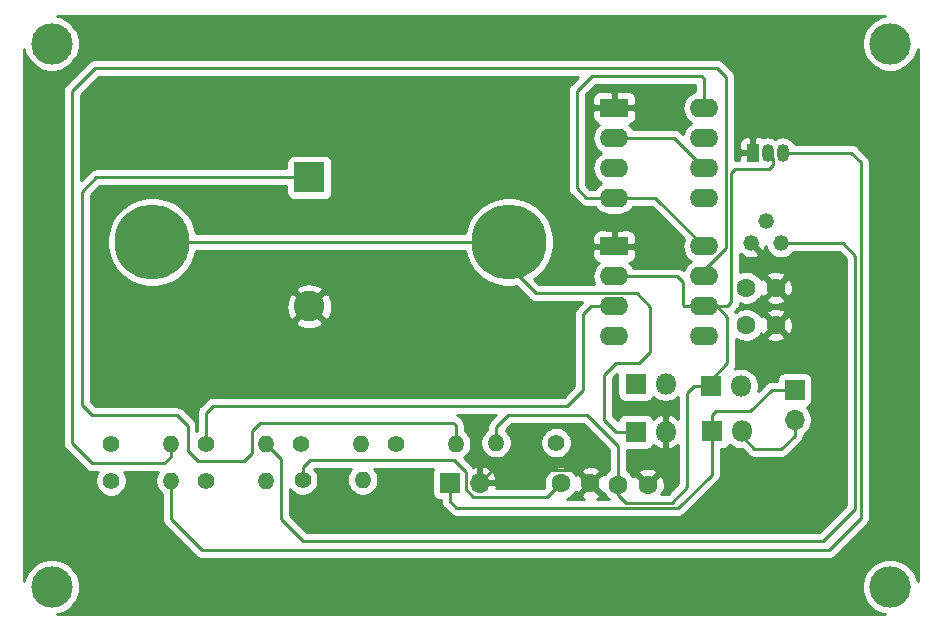
<source format=gbr>
%TF.GenerationSoftware,KiCad,Pcbnew,(5.1.12)-1*%
%TF.CreationDate,2023-08-23T22:39:03+05:30*%
%TF.ProjectId,PULSED IC 555 ALARMS CIRCUIT,50554c53-4544-4204-9943-203535352041,rev?*%
%TF.SameCoordinates,Original*%
%TF.FileFunction,Copper,L2,Bot*%
%TF.FilePolarity,Positive*%
%FSLAX46Y46*%
G04 Gerber Fmt 4.6, Leading zero omitted, Abs format (unit mm)*
G04 Created by KiCad (PCBNEW (5.1.12)-1) date 2023-08-23 22:39:03*
%MOMM*%
%LPD*%
G01*
G04 APERTURE LIST*
%TA.AperFunction,ComponentPad*%
%ADD10O,2.400000X1.600000*%
%TD*%
%TA.AperFunction,ComponentPad*%
%ADD11R,2.400000X1.600000*%
%TD*%
%TA.AperFunction,ComponentPad*%
%ADD12O,1.700000X1.700000*%
%TD*%
%TA.AperFunction,ComponentPad*%
%ADD13R,1.700000X1.700000*%
%TD*%
%TA.AperFunction,ComponentPad*%
%ADD14O,1.400000X1.400000*%
%TD*%
%TA.AperFunction,ComponentPad*%
%ADD15C,1.400000*%
%TD*%
%TA.AperFunction,ComponentPad*%
%ADD16C,6.350000*%
%TD*%
%TA.AperFunction,ComponentPad*%
%ADD17C,2.600000*%
%TD*%
%TA.AperFunction,ComponentPad*%
%ADD18R,2.600000X2.600000*%
%TD*%
%TA.AperFunction,ComponentPad*%
%ADD19C,1.320800*%
%TD*%
%TA.AperFunction,ComponentPad*%
%ADD20R,1.050000X1.500000*%
%TD*%
%TA.AperFunction,ComponentPad*%
%ADD21O,1.050000X1.500000*%
%TD*%
%TA.AperFunction,ComponentPad*%
%ADD22O,1.800000X1.800000*%
%TD*%
%TA.AperFunction,ComponentPad*%
%ADD23R,1.800000X1.800000*%
%TD*%
%TA.AperFunction,ComponentPad*%
%ADD24C,1.600000*%
%TD*%
%TA.AperFunction,ViaPad*%
%ADD25C,3.500000*%
%TD*%
%TA.AperFunction,Conductor*%
%ADD26C,0.250000*%
%TD*%
%TA.AperFunction,Conductor*%
%ADD27C,0.254000*%
%TD*%
%TA.AperFunction,Conductor*%
%ADD28C,0.100000*%
%TD*%
G04 APERTURE END LIST*
D10*
%TO.P,U2,8*%
%TO.N,Net-(C1-Pad1)*%
X162245001Y-74435001D03*
%TO.P,U2,4*%
X154625001Y-82055001D03*
%TO.P,U2,7*%
%TO.N,Net-(R5-Pad2)*%
X162245001Y-76975001D03*
%TO.P,U2,3*%
%TO.N,Net-(R8-Pad1)*%
X154625001Y-79515001D03*
%TO.P,U2,6*%
%TO.N,Net-(C4-Pad1)*%
X162245001Y-79515001D03*
%TO.P,U2,2*%
X154625001Y-76975001D03*
%TO.P,U2,5*%
%TO.N,Net-(R7-Pad1)*%
X162245001Y-82055001D03*
D11*
%TO.P,U2,1*%
%TO.N,Earth*%
X154625001Y-74435001D03*
%TD*%
D10*
%TO.P,U1,8*%
%TO.N,Net-(C1-Pad1)*%
X162245001Y-86185001D03*
%TO.P,U1,4*%
X154625001Y-93805001D03*
%TO.P,U1,7*%
%TO.N,Net-(D1-Pad2)*%
X162245001Y-88725001D03*
%TO.P,U1,3*%
%TO.N,Net-(R3-Pad1)*%
X154625001Y-91265001D03*
%TO.P,U1,6*%
%TO.N,Net-(C2-Pad1)*%
X162245001Y-91265001D03*
%TO.P,U1,2*%
X154625001Y-88725001D03*
%TO.P,U1,5*%
%TO.N,Net-(C3-Pad1)*%
X162245001Y-93805001D03*
D11*
%TO.P,U1,1*%
%TO.N,Earth*%
X154625001Y-86185001D03*
%TD*%
D12*
%TO.P,TP1,2*%
%TO.N,Earth*%
X143240000Y-106188000D03*
D13*
%TO.P,TP1,1*%
%TO.N,Net-(D2-Pad2)*%
X140700000Y-106188000D03*
%TD*%
D14*
%TO.P,R8,2*%
%TO.N,Net-(Q3-Pad1)*%
X141205001Y-102885001D03*
D15*
%TO.P,R8,1*%
%TO.N,Net-(R8-Pad1)*%
X136125001Y-102885001D03*
%TD*%
D14*
%TO.P,R7,2*%
%TO.N,Net-(Q1-Pad3)*%
X133175001Y-102885001D03*
D15*
%TO.P,R7,1*%
%TO.N,Net-(R7-Pad1)*%
X128095001Y-102885001D03*
%TD*%
D14*
%TO.P,R6,2*%
%TO.N,Net-(C4-Pad1)*%
X125145001Y-106035001D03*
D15*
%TO.P,R6,1*%
%TO.N,Net-(R5-Pad2)*%
X120065001Y-106035001D03*
%TD*%
D14*
%TO.P,R5,2*%
%TO.N,Net-(R5-Pad2)*%
X133334000Y-105934000D03*
D15*
%TO.P,R5,1*%
%TO.N,Net-(C1-Pad1)*%
X128254000Y-105934000D03*
%TD*%
D14*
%TO.P,R4,2*%
%TO.N,Net-(Q1-Pad3)*%
X117115001Y-106035001D03*
D15*
%TO.P,R4,1*%
%TO.N,Net-(C1-Pad1)*%
X112035001Y-106035001D03*
%TD*%
D14*
%TO.P,R3,2*%
%TO.N,Net-(Q2-Pad1)*%
X125145001Y-102885001D03*
D15*
%TO.P,R3,1*%
%TO.N,Net-(R3-Pad1)*%
X120065001Y-102885001D03*
%TD*%
D14*
%TO.P,R2,2*%
%TO.N,Net-(C2-Pad1)*%
X144640000Y-102790000D03*
D15*
%TO.P,R2,1*%
%TO.N,Net-(D1-Pad2)*%
X149720000Y-102790000D03*
%TD*%
D14*
%TO.P,R1,2*%
%TO.N,Net-(D1-Pad2)*%
X117115001Y-102885001D03*
D15*
%TO.P,R1,1*%
%TO.N,Net-(C1-Pad1)*%
X112035001Y-102885001D03*
%TD*%
D16*
%TO.P,Q3,3*%
%TO.N,Net-(D3-Pad2)*%
X145720000Y-85790000D03*
X115520000Y-85790000D03*
D17*
%TO.P,Q3,2*%
%TO.N,Earth*%
X128820000Y-91260000D03*
D18*
%TO.P,Q3,1*%
%TO.N,Net-(Q3-Pad1)*%
X128820000Y-80340000D03*
%TD*%
D19*
%TO.P,Q2,3*%
%TO.N,Earth*%
X166210526Y-85890544D03*
%TO.P,Q2,2*%
%TO.N,Net-(C4-Pad1)*%
X167480526Y-83985544D03*
%TO.P,Q2,1*%
%TO.N,Net-(Q2-Pad1)*%
X168750526Y-85890544D03*
%TD*%
D20*
%TO.P,Q1,1*%
%TO.N,Earth*%
X166354000Y-78248000D03*
D21*
%TO.P,Q1,3*%
%TO.N,Net-(Q1-Pad3)*%
X168894000Y-78248000D03*
%TO.P,Q1,2*%
%TO.N,Net-(C2-Pad1)*%
X167624000Y-78248000D03*
%TD*%
D12*
%TO.P,LS1,2*%
%TO.N,Net-(D3-Pad2)*%
X169910000Y-100854000D03*
D13*
%TO.P,LS1,1*%
%TO.N,Net-(D2-Pad2)*%
X169910000Y-98314000D03*
%TD*%
D22*
%TO.P,D4,2*%
%TO.N,Earth*%
X158988000Y-101870000D03*
D23*
%TO.P,D4,1*%
%TO.N,Net-(D3-Pad2)*%
X156448000Y-101870000D03*
%TD*%
D22*
%TO.P,D3,2*%
%TO.N,Net-(D3-Pad2)*%
X165430000Y-101830000D03*
D23*
%TO.P,D3,1*%
%TO.N,Net-(D2-Pad2)*%
X162890000Y-101830000D03*
%TD*%
D22*
%TO.P,D2,2*%
%TO.N,Net-(D2-Pad2)*%
X158988000Y-97806000D03*
D23*
%TO.P,D2,1*%
%TO.N,Net-(C1-Pad1)*%
X156448000Y-97806000D03*
%TD*%
D22*
%TO.P,D1,2*%
%TO.N,Net-(D1-Pad2)*%
X165345001Y-97985001D03*
D23*
%TO.P,D1,1*%
%TO.N,Net-(C2-Pad1)*%
X162805001Y-97985001D03*
%TD*%
D24*
%TO.P,C4,2*%
%TO.N,Earth*%
X168325001Y-89675001D03*
%TO.P,C4,1*%
%TO.N,Net-(C4-Pad1)*%
X165825001Y-89675001D03*
%TD*%
%TO.P,C3,2*%
%TO.N,Earth*%
X168325001Y-92825001D03*
%TO.P,C3,1*%
%TO.N,Net-(C3-Pad1)*%
X165825001Y-92825001D03*
%TD*%
%TO.P,C2,2*%
%TO.N,Earth*%
X157470000Y-106340000D03*
%TO.P,C2,1*%
%TO.N,Net-(C2-Pad1)*%
X154970000Y-106340000D03*
%TD*%
%TO.P,C1,2*%
%TO.N,Earth*%
X152610000Y-106230000D03*
%TO.P,C1,1*%
%TO.N,Net-(C1-Pad1)*%
X150110000Y-106230000D03*
%TD*%
D25*
%TO.N,*%
X107000000Y-69000000D03*
X178000000Y-69000000D03*
X178000000Y-115000000D03*
X107000000Y-115000000D03*
%TD*%
D26*
%TO.N,Earth*%
X151484999Y-105104999D02*
X152610000Y-106230000D01*
X144323001Y-105104999D02*
X151484999Y-105104999D01*
X143240000Y-106188000D02*
X144323001Y-105104999D01*
%TO.N,Net-(C1-Pad1)*%
X162245001Y-74435001D02*
X162245001Y-71955001D01*
X162245001Y-71955001D02*
X162020000Y-71730000D01*
X162020000Y-71730000D02*
X152740000Y-71730000D01*
X152740000Y-71730000D02*
X151470000Y-73000000D01*
X151470000Y-73000000D02*
X151470000Y-81260000D01*
X152265001Y-82055001D02*
X154625001Y-82055001D01*
X151470000Y-81260000D02*
X152265001Y-82055001D01*
X158115001Y-82055001D02*
X162245001Y-86185001D01*
X154625001Y-82055001D02*
X158115001Y-82055001D01*
X142064999Y-106752001D02*
X142064999Y-105267997D01*
X142064999Y-105267997D02*
X141057002Y-104260000D01*
X142675999Y-107363001D02*
X142064999Y-106752001D01*
X148976999Y-107363001D02*
X142675999Y-107363001D01*
X150110000Y-106230000D02*
X148976999Y-107363001D01*
X141057002Y-104260000D02*
X128860000Y-104260000D01*
X128254000Y-104866000D02*
X128254000Y-105934000D01*
X128860000Y-104260000D02*
X128254000Y-104866000D01*
%TO.N,Net-(C2-Pad1)*%
X162245001Y-91265001D02*
X163325001Y-91265001D01*
X163325001Y-91265001D02*
X164210000Y-92150000D01*
X164210000Y-92150000D02*
X164210000Y-96090000D01*
X162805001Y-97494999D02*
X162805001Y-97985001D01*
X164210000Y-96090000D02*
X162805001Y-97494999D01*
X162805001Y-97985001D02*
X161404999Y-97985001D01*
X161404999Y-97985001D02*
X160830000Y-98560000D01*
X160830000Y-98560000D02*
X160830000Y-106540000D01*
X160830000Y-106540000D02*
X159500000Y-107870000D01*
X159500000Y-107870000D02*
X155630000Y-107870000D01*
X154970000Y-107210000D02*
X154970000Y-106340000D01*
X155630000Y-107870000D02*
X154970000Y-107210000D01*
X144640000Y-102790000D02*
X144640000Y-101480000D01*
X144640000Y-101480000D02*
X145670000Y-100450000D01*
X145670000Y-100450000D02*
X152310000Y-100450000D01*
X154970000Y-103110000D02*
X154970000Y-106340000D01*
X152310000Y-100450000D02*
X154970000Y-103110000D01*
X159975001Y-88725001D02*
X154625001Y-88725001D01*
X160430000Y-89180000D02*
X159975001Y-88725001D01*
X160430000Y-91150000D02*
X160430000Y-89180000D01*
X160545001Y-91265001D02*
X160430000Y-91150000D01*
X162245001Y-91265001D02*
X160545001Y-91265001D01*
X164184999Y-91265001D02*
X162245001Y-91265001D01*
X164550000Y-90900000D02*
X164184999Y-91265001D01*
X164550000Y-79950000D02*
X164550000Y-90900000D01*
X167710000Y-79600000D02*
X164900000Y-79600000D01*
X168043990Y-79266010D02*
X167710000Y-79600000D01*
X168043990Y-78667990D02*
X168043990Y-79266010D01*
X164900000Y-79600000D02*
X164550000Y-79950000D01*
X167624000Y-78248000D02*
X168043990Y-78667990D01*
%TO.N,Net-(C4-Pad1)*%
X159705001Y-76975001D02*
X162245001Y-79515001D01*
X154625001Y-76975001D02*
X159705001Y-76975001D01*
%TO.N,Net-(D1-Pad2)*%
X164099990Y-86321016D02*
X162245001Y-88176005D01*
X164099990Y-71809990D02*
X164099990Y-86321016D01*
X163350000Y-71060000D02*
X164099990Y-71809990D01*
X108700000Y-73030000D02*
X110670000Y-71060000D01*
X108700000Y-102830000D02*
X108700000Y-73030000D01*
X110670000Y-71060000D02*
X163350000Y-71060000D01*
X116550000Y-104550000D02*
X110420000Y-104550000D01*
X162245001Y-88176005D02*
X162245001Y-88725001D01*
X117115001Y-103984999D02*
X116550000Y-104550000D01*
X110420000Y-104550000D02*
X108700000Y-102830000D01*
X117115001Y-102885001D02*
X117115001Y-103984999D01*
%TO.N,Net-(D2-Pad2)*%
X162890000Y-101830000D02*
X162890000Y-100490000D01*
X162890000Y-100490000D02*
X163230000Y-100150000D01*
X163230000Y-100150000D02*
X166140000Y-100150000D01*
X167976000Y-98314000D02*
X169910000Y-98314000D01*
X166140000Y-100150000D02*
X167976000Y-98314000D01*
X162890000Y-101830000D02*
X162890000Y-105500000D01*
X160069990Y-108320010D02*
X141270010Y-108320010D01*
X162890000Y-105500000D02*
X160069990Y-108320010D01*
X140700000Y-107750000D02*
X140700000Y-106188000D01*
X141270010Y-108320010D02*
X140700000Y-107750000D01*
%TO.N,Net-(D3-Pad2)*%
X169910000Y-100854000D02*
X169910000Y-102190000D01*
X169910000Y-102190000D02*
X168780000Y-103320000D01*
X168780000Y-103320000D02*
X166500000Y-103320000D01*
X165430000Y-102250000D02*
X165430000Y-101830000D01*
X166500000Y-103320000D02*
X165430000Y-102250000D01*
X156448000Y-101870000D02*
X154810000Y-101870000D01*
X154810000Y-101870000D02*
X153790000Y-100850000D01*
X153790000Y-100850000D02*
X153790000Y-97040000D01*
X153790000Y-97040000D02*
X154780000Y-96050000D01*
X154780000Y-96050000D02*
X156740000Y-96050000D01*
X156740000Y-96050000D02*
X157680000Y-95110000D01*
X157680000Y-95110000D02*
X157680000Y-91290000D01*
X156529991Y-90139991D02*
X147989991Y-90139991D01*
X157680000Y-91290000D02*
X156529991Y-90139991D01*
X145720000Y-87870000D02*
X145720000Y-85790000D01*
X147989991Y-90139991D02*
X145720000Y-87870000D01*
X115520000Y-85790000D02*
X145720000Y-85790000D01*
%TO.N,Net-(Q1-Pad3)*%
X174698000Y-78248000D02*
X168894000Y-78248000D01*
X175510010Y-109209990D02*
X175510010Y-79060010D01*
X172830000Y-111890000D02*
X175510010Y-109209990D01*
X119710000Y-111890000D02*
X172830000Y-111890000D01*
X175510010Y-79060010D02*
X174698000Y-78248000D01*
X117115001Y-109295001D02*
X119710000Y-111890000D01*
X117115001Y-106035001D02*
X117115001Y-109295001D01*
%TO.N,Net-(Q2-Pad1)*%
X168750526Y-85890544D02*
X174000544Y-85890544D01*
X174000544Y-85890544D02*
X175060000Y-86950000D01*
X175060000Y-86950000D02*
X175060000Y-108380000D01*
X175060000Y-108380000D02*
X172330000Y-111110000D01*
X172330000Y-111110000D02*
X128290000Y-111110000D01*
X128290000Y-111110000D02*
X126440000Y-109260000D01*
X126440000Y-104180000D02*
X125145001Y-102885001D01*
X126440000Y-109260000D02*
X126440000Y-104180000D01*
%TO.N,Net-(Q3-Pad1)*%
X141205001Y-101295001D02*
X141205001Y-102885001D01*
X141030000Y-101120000D02*
X141205001Y-101295001D01*
X128820000Y-80340000D02*
X110780000Y-80340000D01*
X110780000Y-80340000D02*
X109580000Y-81540000D01*
X109580000Y-81540000D02*
X109580000Y-99640000D01*
X110430000Y-100490000D02*
X117650000Y-100490000D01*
X109580000Y-99640000D02*
X110430000Y-100490000D01*
X117650000Y-100490000D02*
X118510000Y-101350000D01*
X118510000Y-103480000D02*
X119370000Y-104340000D01*
X118510000Y-101350000D02*
X118510000Y-103480000D01*
X119370000Y-104340000D02*
X123300000Y-104340000D01*
X123300000Y-104340000D02*
X123990000Y-103650000D01*
X123990000Y-103650000D02*
X123990000Y-101810000D01*
X124680000Y-101120000D02*
X141030000Y-101120000D01*
X123990000Y-101810000D02*
X124680000Y-101120000D01*
%TO.N,Net-(R3-Pad1)*%
X120065001Y-100254999D02*
X120065001Y-102885001D01*
X120660000Y-99660000D02*
X120065001Y-100254999D01*
X150680000Y-99660000D02*
X120660000Y-99660000D01*
X152000000Y-98340000D02*
X150680000Y-99660000D01*
X152654999Y-91265001D02*
X152000000Y-91920000D01*
X152000000Y-91920000D02*
X152000000Y-98340000D01*
X154625001Y-91265001D02*
X152654999Y-91265001D01*
%TD*%
D27*
%TO.N,Earth*%
X177304321Y-66706654D02*
X176870279Y-66886440D01*
X176479651Y-67147450D01*
X176147450Y-67479651D01*
X175886440Y-67870279D01*
X175706654Y-68304321D01*
X175615000Y-68765098D01*
X175615000Y-69234902D01*
X175706654Y-69695679D01*
X175886440Y-70129721D01*
X176147450Y-70520349D01*
X176479651Y-70852550D01*
X176870279Y-71113560D01*
X177304321Y-71293346D01*
X177765098Y-71385000D01*
X178234902Y-71385000D01*
X178695679Y-71293346D01*
X179129721Y-71113560D01*
X179520349Y-70852550D01*
X179852550Y-70520349D01*
X180113560Y-70129721D01*
X180293346Y-69695679D01*
X180340001Y-69461128D01*
X180340000Y-114538867D01*
X180293346Y-114304321D01*
X180113560Y-113870279D01*
X179852550Y-113479651D01*
X179520349Y-113147450D01*
X179129721Y-112886440D01*
X178695679Y-112706654D01*
X178234902Y-112615000D01*
X177765098Y-112615000D01*
X177304321Y-112706654D01*
X176870279Y-112886440D01*
X176479651Y-113147450D01*
X176147450Y-113479651D01*
X175886440Y-113870279D01*
X175706654Y-114304321D01*
X175615000Y-114765098D01*
X175615000Y-115234902D01*
X175706654Y-115695679D01*
X175886440Y-116129721D01*
X176147450Y-116520349D01*
X176479651Y-116852550D01*
X176870279Y-117113560D01*
X177304321Y-117293346D01*
X177538867Y-117340000D01*
X107461133Y-117340000D01*
X107695679Y-117293346D01*
X108129721Y-117113560D01*
X108520349Y-116852550D01*
X108852550Y-116520349D01*
X109113560Y-116129721D01*
X109293346Y-115695679D01*
X109385000Y-115234902D01*
X109385000Y-114765098D01*
X109293346Y-114304321D01*
X109113560Y-113870279D01*
X108852550Y-113479651D01*
X108520349Y-113147450D01*
X108129721Y-112886440D01*
X107695679Y-112706654D01*
X107234902Y-112615000D01*
X106765098Y-112615000D01*
X106304321Y-112706654D01*
X105870279Y-112886440D01*
X105479651Y-113147450D01*
X105147450Y-113479651D01*
X104886440Y-113870279D01*
X104706654Y-114304321D01*
X104660000Y-114538867D01*
X104660000Y-73030000D01*
X107936324Y-73030000D01*
X107940001Y-73067333D01*
X107940000Y-102792678D01*
X107936324Y-102830000D01*
X107940000Y-102867322D01*
X107940000Y-102867332D01*
X107950997Y-102978985D01*
X107983520Y-103086201D01*
X107994454Y-103122246D01*
X108065026Y-103254276D01*
X108102992Y-103300537D01*
X108159999Y-103370001D01*
X108189003Y-103393804D01*
X109856201Y-105061003D01*
X109879999Y-105090001D01*
X109995724Y-105184974D01*
X110127753Y-105255546D01*
X110271014Y-105299003D01*
X110382667Y-105310000D01*
X110382676Y-105310000D01*
X110419999Y-105313676D01*
X110457322Y-105310000D01*
X110913841Y-105310000D01*
X110851940Y-105402642D01*
X110751305Y-105645596D01*
X110700001Y-105903515D01*
X110700001Y-106166487D01*
X110751305Y-106424406D01*
X110851940Y-106667360D01*
X110998039Y-106886014D01*
X111183988Y-107071963D01*
X111402642Y-107218062D01*
X111645596Y-107318697D01*
X111903515Y-107370001D01*
X112166487Y-107370001D01*
X112424406Y-107318697D01*
X112667360Y-107218062D01*
X112886014Y-107071963D01*
X113071963Y-106886014D01*
X113218062Y-106667360D01*
X113318697Y-106424406D01*
X113370001Y-106166487D01*
X113370001Y-105903515D01*
X113318697Y-105645596D01*
X113218062Y-105402642D01*
X113156161Y-105310000D01*
X115993841Y-105310000D01*
X115931940Y-105402642D01*
X115831305Y-105645596D01*
X115780001Y-105903515D01*
X115780001Y-106166487D01*
X115831305Y-106424406D01*
X115931940Y-106667360D01*
X116078039Y-106886014D01*
X116263988Y-107071963D01*
X116355001Y-107132776D01*
X116355002Y-109257669D01*
X116351325Y-109295001D01*
X116365999Y-109443986D01*
X116409455Y-109587247D01*
X116480027Y-109719277D01*
X116546276Y-109800001D01*
X116575001Y-109835002D01*
X116603999Y-109858800D01*
X119146201Y-112401003D01*
X119169999Y-112430001D01*
X119285724Y-112524974D01*
X119417753Y-112595546D01*
X119561014Y-112639003D01*
X119672667Y-112650000D01*
X119672675Y-112650000D01*
X119710000Y-112653676D01*
X119747325Y-112650000D01*
X172792678Y-112650000D01*
X172830000Y-112653676D01*
X172867322Y-112650000D01*
X172867333Y-112650000D01*
X172978986Y-112639003D01*
X173122247Y-112595546D01*
X173254276Y-112524974D01*
X173370001Y-112430001D01*
X173393804Y-112400997D01*
X176021019Y-109773784D01*
X176050011Y-109749991D01*
X176073805Y-109720998D01*
X176073809Y-109720994D01*
X176144983Y-109634267D01*
X176144984Y-109634266D01*
X176215556Y-109502237D01*
X176259013Y-109358976D01*
X176270010Y-109247323D01*
X176270010Y-109247314D01*
X176273686Y-109209991D01*
X176270010Y-109172668D01*
X176270010Y-79097343D01*
X176273687Y-79060010D01*
X176259013Y-78911024D01*
X176215556Y-78767763D01*
X176144984Y-78635734D01*
X176073809Y-78549007D01*
X176050011Y-78520009D01*
X176021012Y-78496211D01*
X175261803Y-77737002D01*
X175238001Y-77707999D01*
X175122276Y-77613026D01*
X174990247Y-77542454D01*
X174846986Y-77498997D01*
X174735333Y-77488000D01*
X174735322Y-77488000D01*
X174698000Y-77484324D01*
X174660678Y-77488000D01*
X169923346Y-77488000D01*
X169863171Y-77375421D01*
X169718212Y-77198788D01*
X169541578Y-77053829D01*
X169340059Y-76946115D01*
X169121399Y-76879785D01*
X168894000Y-76857388D01*
X168666600Y-76879785D01*
X168447940Y-76946115D01*
X168259000Y-77047106D01*
X168070059Y-76946115D01*
X167851399Y-76879785D01*
X167624000Y-76857388D01*
X167396600Y-76879785D01*
X167187902Y-76943093D01*
X167123180Y-76908498D01*
X167003482Y-76872188D01*
X166879000Y-76859928D01*
X166639750Y-76863000D01*
X166481000Y-77021750D01*
X166481000Y-77794892D01*
X166480785Y-77795601D01*
X166464000Y-77966022D01*
X166464000Y-78395000D01*
X166227000Y-78395000D01*
X166227000Y-78375000D01*
X165352750Y-78375000D01*
X165194000Y-78533750D01*
X165191974Y-78840000D01*
X164937325Y-78840000D01*
X164900000Y-78836324D01*
X164862675Y-78840000D01*
X164862667Y-78840000D01*
X164859990Y-78840264D01*
X164859990Y-77498000D01*
X165190928Y-77498000D01*
X165194000Y-77962250D01*
X165352750Y-78121000D01*
X166227000Y-78121000D01*
X166227000Y-77021750D01*
X166068250Y-76863000D01*
X165829000Y-76859928D01*
X165704518Y-76872188D01*
X165584820Y-76908498D01*
X165474506Y-76967463D01*
X165377815Y-77046815D01*
X165298463Y-77143506D01*
X165239498Y-77253820D01*
X165203188Y-77373518D01*
X165190928Y-77498000D01*
X164859990Y-77498000D01*
X164859990Y-71847312D01*
X164863666Y-71809989D01*
X164859990Y-71772666D01*
X164859990Y-71772657D01*
X164848993Y-71661004D01*
X164805536Y-71517743D01*
X164766118Y-71443998D01*
X164734964Y-71385713D01*
X164663789Y-71298987D01*
X164639991Y-71269989D01*
X164610994Y-71246192D01*
X163913803Y-70549002D01*
X163890001Y-70519999D01*
X163774276Y-70425026D01*
X163642247Y-70354454D01*
X163498986Y-70310997D01*
X163387333Y-70300000D01*
X163387322Y-70300000D01*
X163350000Y-70296324D01*
X163312678Y-70300000D01*
X110707325Y-70300000D01*
X110670000Y-70296324D01*
X110632675Y-70300000D01*
X110632667Y-70300000D01*
X110521014Y-70310997D01*
X110377753Y-70354454D01*
X110245724Y-70425026D01*
X110129999Y-70519999D01*
X110106201Y-70548997D01*
X108188998Y-72466201D01*
X108160000Y-72489999D01*
X108136202Y-72518997D01*
X108136201Y-72518998D01*
X108065026Y-72605724D01*
X107994454Y-72737754D01*
X107950998Y-72881015D01*
X107936324Y-73030000D01*
X104660000Y-73030000D01*
X104660000Y-69461133D01*
X104706654Y-69695679D01*
X104886440Y-70129721D01*
X105147450Y-70520349D01*
X105479651Y-70852550D01*
X105870279Y-71113560D01*
X106304321Y-71293346D01*
X106765098Y-71385000D01*
X107234902Y-71385000D01*
X107695679Y-71293346D01*
X108129721Y-71113560D01*
X108520349Y-70852550D01*
X108852550Y-70520349D01*
X109113560Y-70129721D01*
X109293346Y-69695679D01*
X109385000Y-69234902D01*
X109385000Y-68765098D01*
X109293346Y-68304321D01*
X109113560Y-67870279D01*
X108852550Y-67479651D01*
X108520349Y-67147450D01*
X108129721Y-66886440D01*
X107695679Y-66706654D01*
X107461133Y-66660000D01*
X177538867Y-66660000D01*
X177304321Y-66706654D01*
%TA.AperFunction,Conductor*%
D28*
G36*
X177304321Y-66706654D02*
G01*
X176870279Y-66886440D01*
X176479651Y-67147450D01*
X176147450Y-67479651D01*
X175886440Y-67870279D01*
X175706654Y-68304321D01*
X175615000Y-68765098D01*
X175615000Y-69234902D01*
X175706654Y-69695679D01*
X175886440Y-70129721D01*
X176147450Y-70520349D01*
X176479651Y-70852550D01*
X176870279Y-71113560D01*
X177304321Y-71293346D01*
X177765098Y-71385000D01*
X178234902Y-71385000D01*
X178695679Y-71293346D01*
X179129721Y-71113560D01*
X179520349Y-70852550D01*
X179852550Y-70520349D01*
X180113560Y-70129721D01*
X180293346Y-69695679D01*
X180340001Y-69461128D01*
X180340000Y-114538867D01*
X180293346Y-114304321D01*
X180113560Y-113870279D01*
X179852550Y-113479651D01*
X179520349Y-113147450D01*
X179129721Y-112886440D01*
X178695679Y-112706654D01*
X178234902Y-112615000D01*
X177765098Y-112615000D01*
X177304321Y-112706654D01*
X176870279Y-112886440D01*
X176479651Y-113147450D01*
X176147450Y-113479651D01*
X175886440Y-113870279D01*
X175706654Y-114304321D01*
X175615000Y-114765098D01*
X175615000Y-115234902D01*
X175706654Y-115695679D01*
X175886440Y-116129721D01*
X176147450Y-116520349D01*
X176479651Y-116852550D01*
X176870279Y-117113560D01*
X177304321Y-117293346D01*
X177538867Y-117340000D01*
X107461133Y-117340000D01*
X107695679Y-117293346D01*
X108129721Y-117113560D01*
X108520349Y-116852550D01*
X108852550Y-116520349D01*
X109113560Y-116129721D01*
X109293346Y-115695679D01*
X109385000Y-115234902D01*
X109385000Y-114765098D01*
X109293346Y-114304321D01*
X109113560Y-113870279D01*
X108852550Y-113479651D01*
X108520349Y-113147450D01*
X108129721Y-112886440D01*
X107695679Y-112706654D01*
X107234902Y-112615000D01*
X106765098Y-112615000D01*
X106304321Y-112706654D01*
X105870279Y-112886440D01*
X105479651Y-113147450D01*
X105147450Y-113479651D01*
X104886440Y-113870279D01*
X104706654Y-114304321D01*
X104660000Y-114538867D01*
X104660000Y-73030000D01*
X107936324Y-73030000D01*
X107940001Y-73067333D01*
X107940000Y-102792678D01*
X107936324Y-102830000D01*
X107940000Y-102867322D01*
X107940000Y-102867332D01*
X107950997Y-102978985D01*
X107983520Y-103086201D01*
X107994454Y-103122246D01*
X108065026Y-103254276D01*
X108102992Y-103300537D01*
X108159999Y-103370001D01*
X108189003Y-103393804D01*
X109856201Y-105061003D01*
X109879999Y-105090001D01*
X109995724Y-105184974D01*
X110127753Y-105255546D01*
X110271014Y-105299003D01*
X110382667Y-105310000D01*
X110382676Y-105310000D01*
X110419999Y-105313676D01*
X110457322Y-105310000D01*
X110913841Y-105310000D01*
X110851940Y-105402642D01*
X110751305Y-105645596D01*
X110700001Y-105903515D01*
X110700001Y-106166487D01*
X110751305Y-106424406D01*
X110851940Y-106667360D01*
X110998039Y-106886014D01*
X111183988Y-107071963D01*
X111402642Y-107218062D01*
X111645596Y-107318697D01*
X111903515Y-107370001D01*
X112166487Y-107370001D01*
X112424406Y-107318697D01*
X112667360Y-107218062D01*
X112886014Y-107071963D01*
X113071963Y-106886014D01*
X113218062Y-106667360D01*
X113318697Y-106424406D01*
X113370001Y-106166487D01*
X113370001Y-105903515D01*
X113318697Y-105645596D01*
X113218062Y-105402642D01*
X113156161Y-105310000D01*
X115993841Y-105310000D01*
X115931940Y-105402642D01*
X115831305Y-105645596D01*
X115780001Y-105903515D01*
X115780001Y-106166487D01*
X115831305Y-106424406D01*
X115931940Y-106667360D01*
X116078039Y-106886014D01*
X116263988Y-107071963D01*
X116355001Y-107132776D01*
X116355002Y-109257669D01*
X116351325Y-109295001D01*
X116365999Y-109443986D01*
X116409455Y-109587247D01*
X116480027Y-109719277D01*
X116546276Y-109800001D01*
X116575001Y-109835002D01*
X116603999Y-109858800D01*
X119146201Y-112401003D01*
X119169999Y-112430001D01*
X119285724Y-112524974D01*
X119417753Y-112595546D01*
X119561014Y-112639003D01*
X119672667Y-112650000D01*
X119672675Y-112650000D01*
X119710000Y-112653676D01*
X119747325Y-112650000D01*
X172792678Y-112650000D01*
X172830000Y-112653676D01*
X172867322Y-112650000D01*
X172867333Y-112650000D01*
X172978986Y-112639003D01*
X173122247Y-112595546D01*
X173254276Y-112524974D01*
X173370001Y-112430001D01*
X173393804Y-112400997D01*
X176021019Y-109773784D01*
X176050011Y-109749991D01*
X176073805Y-109720998D01*
X176073809Y-109720994D01*
X176144983Y-109634267D01*
X176144984Y-109634266D01*
X176215556Y-109502237D01*
X176259013Y-109358976D01*
X176270010Y-109247323D01*
X176270010Y-109247314D01*
X176273686Y-109209991D01*
X176270010Y-109172668D01*
X176270010Y-79097343D01*
X176273687Y-79060010D01*
X176259013Y-78911024D01*
X176215556Y-78767763D01*
X176144984Y-78635734D01*
X176073809Y-78549007D01*
X176050011Y-78520009D01*
X176021012Y-78496211D01*
X175261803Y-77737002D01*
X175238001Y-77707999D01*
X175122276Y-77613026D01*
X174990247Y-77542454D01*
X174846986Y-77498997D01*
X174735333Y-77488000D01*
X174735322Y-77488000D01*
X174698000Y-77484324D01*
X174660678Y-77488000D01*
X169923346Y-77488000D01*
X169863171Y-77375421D01*
X169718212Y-77198788D01*
X169541578Y-77053829D01*
X169340059Y-76946115D01*
X169121399Y-76879785D01*
X168894000Y-76857388D01*
X168666600Y-76879785D01*
X168447940Y-76946115D01*
X168259000Y-77047106D01*
X168070059Y-76946115D01*
X167851399Y-76879785D01*
X167624000Y-76857388D01*
X167396600Y-76879785D01*
X167187902Y-76943093D01*
X167123180Y-76908498D01*
X167003482Y-76872188D01*
X166879000Y-76859928D01*
X166639750Y-76863000D01*
X166481000Y-77021750D01*
X166481000Y-77794892D01*
X166480785Y-77795601D01*
X166464000Y-77966022D01*
X166464000Y-78395000D01*
X166227000Y-78395000D01*
X166227000Y-78375000D01*
X165352750Y-78375000D01*
X165194000Y-78533750D01*
X165191974Y-78840000D01*
X164937325Y-78840000D01*
X164900000Y-78836324D01*
X164862675Y-78840000D01*
X164862667Y-78840000D01*
X164859990Y-78840264D01*
X164859990Y-77498000D01*
X165190928Y-77498000D01*
X165194000Y-77962250D01*
X165352750Y-78121000D01*
X166227000Y-78121000D01*
X166227000Y-77021750D01*
X166068250Y-76863000D01*
X165829000Y-76859928D01*
X165704518Y-76872188D01*
X165584820Y-76908498D01*
X165474506Y-76967463D01*
X165377815Y-77046815D01*
X165298463Y-77143506D01*
X165239498Y-77253820D01*
X165203188Y-77373518D01*
X165190928Y-77498000D01*
X164859990Y-77498000D01*
X164859990Y-71847312D01*
X164863666Y-71809989D01*
X164859990Y-71772666D01*
X164859990Y-71772657D01*
X164848993Y-71661004D01*
X164805536Y-71517743D01*
X164766118Y-71443998D01*
X164734964Y-71385713D01*
X164663789Y-71298987D01*
X164639991Y-71269989D01*
X164610994Y-71246192D01*
X163913803Y-70549002D01*
X163890001Y-70519999D01*
X163774276Y-70425026D01*
X163642247Y-70354454D01*
X163498986Y-70310997D01*
X163387333Y-70300000D01*
X163387322Y-70300000D01*
X163350000Y-70296324D01*
X163312678Y-70300000D01*
X110707325Y-70300000D01*
X110670000Y-70296324D01*
X110632675Y-70300000D01*
X110632667Y-70300000D01*
X110521014Y-70310997D01*
X110377753Y-70354454D01*
X110245724Y-70425026D01*
X110129999Y-70519999D01*
X110106201Y-70548997D01*
X108188998Y-72466201D01*
X108160000Y-72489999D01*
X108136202Y-72518997D01*
X108136201Y-72518998D01*
X108065026Y-72605724D01*
X107994454Y-72737754D01*
X107950998Y-72881015D01*
X107936324Y-73030000D01*
X104660000Y-73030000D01*
X104660000Y-69461133D01*
X104706654Y-69695679D01*
X104886440Y-70129721D01*
X105147450Y-70520349D01*
X105479651Y-70852550D01*
X105870279Y-71113560D01*
X106304321Y-71293346D01*
X106765098Y-71385000D01*
X107234902Y-71385000D01*
X107695679Y-71293346D01*
X108129721Y-71113560D01*
X108520349Y-70852550D01*
X108852550Y-70520349D01*
X109113560Y-70129721D01*
X109293346Y-69695679D01*
X109385000Y-69234902D01*
X109385000Y-68765098D01*
X109293346Y-68304321D01*
X109113560Y-67870279D01*
X108852550Y-67479651D01*
X108520349Y-67147450D01*
X108129721Y-66886440D01*
X107695679Y-66706654D01*
X107461133Y-66660000D01*
X177538867Y-66660000D01*
X177304321Y-66706654D01*
G37*
%TD.AperFunction*%
D27*
X166404274Y-85876402D02*
X166390131Y-85890544D01*
X167103489Y-86603902D01*
X167333223Y-86549250D01*
X167440158Y-86317566D01*
X167480954Y-86147975D01*
X167504907Y-86268398D01*
X167602557Y-86504146D01*
X167744323Y-86716313D01*
X167924757Y-86896747D01*
X168136924Y-87038513D01*
X168372672Y-87136163D01*
X168622940Y-87185944D01*
X168878112Y-87185944D01*
X169128380Y-87136163D01*
X169364128Y-87038513D01*
X169576295Y-86896747D01*
X169756729Y-86716313D01*
X169800675Y-86650544D01*
X173685743Y-86650544D01*
X174300000Y-87264802D01*
X174300001Y-108065197D01*
X172015199Y-110350000D01*
X128604802Y-110350000D01*
X127200000Y-108945199D01*
X127200000Y-106759514D01*
X127217038Y-106785013D01*
X127402987Y-106970962D01*
X127621641Y-107117061D01*
X127864595Y-107217696D01*
X128122514Y-107269000D01*
X128385486Y-107269000D01*
X128643405Y-107217696D01*
X128886359Y-107117061D01*
X129105013Y-106970962D01*
X129290962Y-106785013D01*
X129437061Y-106566359D01*
X129537696Y-106323405D01*
X129589000Y-106065486D01*
X129589000Y-105802514D01*
X129537696Y-105544595D01*
X129437061Y-105301641D01*
X129290962Y-105082987D01*
X129227975Y-105020000D01*
X132360025Y-105020000D01*
X132297038Y-105082987D01*
X132150939Y-105301641D01*
X132050304Y-105544595D01*
X131999000Y-105802514D01*
X131999000Y-106065486D01*
X132050304Y-106323405D01*
X132150939Y-106566359D01*
X132297038Y-106785013D01*
X132482987Y-106970962D01*
X132701641Y-107117061D01*
X132944595Y-107217696D01*
X133202514Y-107269000D01*
X133465486Y-107269000D01*
X133723405Y-107217696D01*
X133966359Y-107117061D01*
X134185013Y-106970962D01*
X134370962Y-106785013D01*
X134517061Y-106566359D01*
X134617696Y-106323405D01*
X134669000Y-106065486D01*
X134669000Y-105802514D01*
X134617696Y-105544595D01*
X134517061Y-105301641D01*
X134370962Y-105082987D01*
X134307975Y-105020000D01*
X139299956Y-105020000D01*
X139260498Y-105093820D01*
X139224188Y-105213518D01*
X139211928Y-105338000D01*
X139211928Y-107038000D01*
X139224188Y-107162482D01*
X139260498Y-107282180D01*
X139319463Y-107392494D01*
X139398815Y-107489185D01*
X139495506Y-107568537D01*
X139605820Y-107627502D01*
X139725518Y-107663812D01*
X139850000Y-107676072D01*
X139940000Y-107676072D01*
X139940000Y-107712677D01*
X139936324Y-107750000D01*
X139940000Y-107787322D01*
X139940000Y-107787332D01*
X139950997Y-107898985D01*
X139981025Y-107997975D01*
X139994454Y-108042246D01*
X140065026Y-108174276D01*
X140104871Y-108222826D01*
X140159999Y-108290001D01*
X140189002Y-108313803D01*
X140706210Y-108831012D01*
X140730009Y-108860011D01*
X140845734Y-108954984D01*
X140977763Y-109025556D01*
X141121024Y-109069013D01*
X141232677Y-109080010D01*
X141232687Y-109080010D01*
X141270010Y-109083686D01*
X141307333Y-109080010D01*
X160032668Y-109080010D01*
X160069990Y-109083686D01*
X160107312Y-109080010D01*
X160107323Y-109080010D01*
X160218976Y-109069013D01*
X160362237Y-109025556D01*
X160494266Y-108954984D01*
X160609991Y-108860011D01*
X160633794Y-108831007D01*
X163401008Y-106063795D01*
X163430001Y-106040001D01*
X163453795Y-106011008D01*
X163453799Y-106011004D01*
X163524973Y-105924277D01*
X163536071Y-105903515D01*
X163595546Y-105792247D01*
X163639003Y-105648986D01*
X163650000Y-105537333D01*
X163650000Y-105537324D01*
X163653676Y-105500001D01*
X163650000Y-105462678D01*
X163650000Y-103368072D01*
X163790000Y-103368072D01*
X163914482Y-103355812D01*
X164034180Y-103319502D01*
X164144494Y-103260537D01*
X164241185Y-103181185D01*
X164320537Y-103084494D01*
X164379502Y-102974180D01*
X164385056Y-102955873D01*
X164451495Y-103022312D01*
X164702905Y-103190299D01*
X164982257Y-103306011D01*
X165278816Y-103365000D01*
X165470198Y-103365000D01*
X165936201Y-103831003D01*
X165959999Y-103860001D01*
X165988997Y-103883799D01*
X166075724Y-103954974D01*
X166207753Y-104025546D01*
X166351014Y-104069003D01*
X166500000Y-104083677D01*
X166537333Y-104080000D01*
X168742678Y-104080000D01*
X168780000Y-104083676D01*
X168817322Y-104080000D01*
X168817333Y-104080000D01*
X168928986Y-104069003D01*
X169072247Y-104025546D01*
X169204276Y-103954974D01*
X169320001Y-103860001D01*
X169343804Y-103830998D01*
X170421003Y-102753799D01*
X170450001Y-102730001D01*
X170544974Y-102614276D01*
X170615546Y-102482247D01*
X170659003Y-102338986D01*
X170670000Y-102227333D01*
X170670000Y-102227324D01*
X170673676Y-102190001D01*
X170670000Y-102152678D01*
X170670000Y-102132178D01*
X170856632Y-102007475D01*
X171063475Y-101800632D01*
X171225990Y-101557411D01*
X171337932Y-101287158D01*
X171395000Y-101000260D01*
X171395000Y-100707740D01*
X171337932Y-100420842D01*
X171225990Y-100150589D01*
X171063475Y-99907368D01*
X170931620Y-99775513D01*
X171004180Y-99753502D01*
X171114494Y-99694537D01*
X171211185Y-99615185D01*
X171290537Y-99518494D01*
X171349502Y-99408180D01*
X171385812Y-99288482D01*
X171398072Y-99164000D01*
X171398072Y-97464000D01*
X171385812Y-97339518D01*
X171349502Y-97219820D01*
X171290537Y-97109506D01*
X171211185Y-97012815D01*
X171114494Y-96933463D01*
X171004180Y-96874498D01*
X170884482Y-96838188D01*
X170760000Y-96825928D01*
X169060000Y-96825928D01*
X168935518Y-96838188D01*
X168815820Y-96874498D01*
X168705506Y-96933463D01*
X168608815Y-97012815D01*
X168529463Y-97109506D01*
X168470498Y-97219820D01*
X168434188Y-97339518D01*
X168421928Y-97464000D01*
X168421928Y-97554000D01*
X168013322Y-97554000D01*
X167975999Y-97550324D01*
X167938676Y-97554000D01*
X167938667Y-97554000D01*
X167827014Y-97564997D01*
X167699099Y-97603799D01*
X167683753Y-97608454D01*
X167551723Y-97679026D01*
X167470669Y-97745546D01*
X167435999Y-97773999D01*
X167412201Y-97802997D01*
X166830586Y-98384612D01*
X166880001Y-98136185D01*
X166880001Y-97833817D01*
X166821012Y-97537258D01*
X166705300Y-97257906D01*
X166537313Y-97006496D01*
X166323506Y-96792689D01*
X166072096Y-96624702D01*
X165792744Y-96508990D01*
X165496185Y-96450001D01*
X165193817Y-96450001D01*
X164897258Y-96508990D01*
X164824620Y-96539078D01*
X164844974Y-96514276D01*
X164915546Y-96382247D01*
X164959003Y-96238986D01*
X164970000Y-96127333D01*
X164970000Y-96127325D01*
X164973676Y-96090000D01*
X164970000Y-96052675D01*
X164970000Y-93979567D01*
X165145274Y-94096681D01*
X165406427Y-94204854D01*
X165683666Y-94260001D01*
X165966336Y-94260001D01*
X166243575Y-94204854D01*
X166504728Y-94096681D01*
X166739760Y-93939638D01*
X166861695Y-93817703D01*
X167511904Y-93817703D01*
X167583487Y-94061672D01*
X167838997Y-94182572D01*
X168113185Y-94251301D01*
X168395513Y-94265218D01*
X168675131Y-94223788D01*
X168941293Y-94128604D01*
X169066515Y-94061672D01*
X169138098Y-93817703D01*
X168325001Y-93004606D01*
X167511904Y-93817703D01*
X166861695Y-93817703D01*
X166939638Y-93739760D01*
X167073693Y-93539132D01*
X167088330Y-93566515D01*
X167332299Y-93638098D01*
X168145396Y-92825001D01*
X168504606Y-92825001D01*
X169317703Y-93638098D01*
X169561672Y-93566515D01*
X169682572Y-93311005D01*
X169751301Y-93036817D01*
X169765218Y-92754489D01*
X169723788Y-92474871D01*
X169628604Y-92208709D01*
X169561672Y-92083487D01*
X169317703Y-92011904D01*
X168504606Y-92825001D01*
X168145396Y-92825001D01*
X167332299Y-92011904D01*
X167088330Y-92083487D01*
X167074677Y-92112342D01*
X166939638Y-91910242D01*
X166861695Y-91832299D01*
X167511904Y-91832299D01*
X168325001Y-92645396D01*
X169138098Y-91832299D01*
X169066515Y-91588330D01*
X168811005Y-91467430D01*
X168536817Y-91398701D01*
X168254489Y-91384784D01*
X167974871Y-91426214D01*
X167708709Y-91521398D01*
X167583487Y-91588330D01*
X167511904Y-91832299D01*
X166861695Y-91832299D01*
X166739760Y-91710364D01*
X166504728Y-91553321D01*
X166243575Y-91445148D01*
X165966336Y-91390001D01*
X165683666Y-91390001D01*
X165406427Y-91445148D01*
X165145274Y-91553321D01*
X164910242Y-91710364D01*
X164862358Y-91758248D01*
X164844974Y-91725724D01*
X164824286Y-91700515D01*
X165060997Y-91463804D01*
X165090001Y-91440001D01*
X165184974Y-91324276D01*
X165255546Y-91192247D01*
X165299003Y-91048986D01*
X165302658Y-91011872D01*
X165406427Y-91054854D01*
X165683666Y-91110001D01*
X165966336Y-91110001D01*
X166243575Y-91054854D01*
X166504728Y-90946681D01*
X166739760Y-90789638D01*
X166861695Y-90667703D01*
X167511904Y-90667703D01*
X167583487Y-90911672D01*
X167838997Y-91032572D01*
X168113185Y-91101301D01*
X168395513Y-91115218D01*
X168675131Y-91073788D01*
X168941293Y-90978604D01*
X169066515Y-90911672D01*
X169138098Y-90667703D01*
X168325001Y-89854606D01*
X167511904Y-90667703D01*
X166861695Y-90667703D01*
X166939638Y-90589760D01*
X167073693Y-90389132D01*
X167088330Y-90416515D01*
X167332299Y-90488098D01*
X168145396Y-89675001D01*
X168504606Y-89675001D01*
X169317703Y-90488098D01*
X169561672Y-90416515D01*
X169682572Y-90161005D01*
X169751301Y-89886817D01*
X169765218Y-89604489D01*
X169723788Y-89324871D01*
X169628604Y-89058709D01*
X169561672Y-88933487D01*
X169317703Y-88861904D01*
X168504606Y-89675001D01*
X168145396Y-89675001D01*
X167332299Y-88861904D01*
X167088330Y-88933487D01*
X167074677Y-88962342D01*
X166939638Y-88760242D01*
X166861695Y-88682299D01*
X167511904Y-88682299D01*
X168325001Y-89495396D01*
X169138098Y-88682299D01*
X169066515Y-88438330D01*
X168811005Y-88317430D01*
X168536817Y-88248701D01*
X168254489Y-88234784D01*
X167974871Y-88276214D01*
X167708709Y-88371398D01*
X167583487Y-88438330D01*
X167511904Y-88682299D01*
X166861695Y-88682299D01*
X166739760Y-88560364D01*
X166504728Y-88403321D01*
X166243575Y-88295148D01*
X165966336Y-88240001D01*
X165683666Y-88240001D01*
X165406427Y-88295148D01*
X165310000Y-88335089D01*
X165310000Y-86829984D01*
X165380347Y-86900331D01*
X165497169Y-86783509D01*
X165551820Y-87013241D01*
X165783504Y-87120176D01*
X166031599Y-87179856D01*
X166286570Y-87189990D01*
X166538618Y-87150185D01*
X166778058Y-87061975D01*
X166869232Y-87013241D01*
X166923884Y-86783507D01*
X166210526Y-86070149D01*
X166196384Y-86084292D01*
X166016779Y-85904687D01*
X166030921Y-85890544D01*
X166016779Y-85876402D01*
X166196384Y-85696797D01*
X166210526Y-85710939D01*
X166224669Y-85696797D01*
X166404274Y-85876402D01*
%TA.AperFunction,Conductor*%
D28*
G36*
X166404274Y-85876402D02*
G01*
X166390131Y-85890544D01*
X167103489Y-86603902D01*
X167333223Y-86549250D01*
X167440158Y-86317566D01*
X167480954Y-86147975D01*
X167504907Y-86268398D01*
X167602557Y-86504146D01*
X167744323Y-86716313D01*
X167924757Y-86896747D01*
X168136924Y-87038513D01*
X168372672Y-87136163D01*
X168622940Y-87185944D01*
X168878112Y-87185944D01*
X169128380Y-87136163D01*
X169364128Y-87038513D01*
X169576295Y-86896747D01*
X169756729Y-86716313D01*
X169800675Y-86650544D01*
X173685743Y-86650544D01*
X174300000Y-87264802D01*
X174300001Y-108065197D01*
X172015199Y-110350000D01*
X128604802Y-110350000D01*
X127200000Y-108945199D01*
X127200000Y-106759514D01*
X127217038Y-106785013D01*
X127402987Y-106970962D01*
X127621641Y-107117061D01*
X127864595Y-107217696D01*
X128122514Y-107269000D01*
X128385486Y-107269000D01*
X128643405Y-107217696D01*
X128886359Y-107117061D01*
X129105013Y-106970962D01*
X129290962Y-106785013D01*
X129437061Y-106566359D01*
X129537696Y-106323405D01*
X129589000Y-106065486D01*
X129589000Y-105802514D01*
X129537696Y-105544595D01*
X129437061Y-105301641D01*
X129290962Y-105082987D01*
X129227975Y-105020000D01*
X132360025Y-105020000D01*
X132297038Y-105082987D01*
X132150939Y-105301641D01*
X132050304Y-105544595D01*
X131999000Y-105802514D01*
X131999000Y-106065486D01*
X132050304Y-106323405D01*
X132150939Y-106566359D01*
X132297038Y-106785013D01*
X132482987Y-106970962D01*
X132701641Y-107117061D01*
X132944595Y-107217696D01*
X133202514Y-107269000D01*
X133465486Y-107269000D01*
X133723405Y-107217696D01*
X133966359Y-107117061D01*
X134185013Y-106970962D01*
X134370962Y-106785013D01*
X134517061Y-106566359D01*
X134617696Y-106323405D01*
X134669000Y-106065486D01*
X134669000Y-105802514D01*
X134617696Y-105544595D01*
X134517061Y-105301641D01*
X134370962Y-105082987D01*
X134307975Y-105020000D01*
X139299956Y-105020000D01*
X139260498Y-105093820D01*
X139224188Y-105213518D01*
X139211928Y-105338000D01*
X139211928Y-107038000D01*
X139224188Y-107162482D01*
X139260498Y-107282180D01*
X139319463Y-107392494D01*
X139398815Y-107489185D01*
X139495506Y-107568537D01*
X139605820Y-107627502D01*
X139725518Y-107663812D01*
X139850000Y-107676072D01*
X139940000Y-107676072D01*
X139940000Y-107712677D01*
X139936324Y-107750000D01*
X139940000Y-107787322D01*
X139940000Y-107787332D01*
X139950997Y-107898985D01*
X139981025Y-107997975D01*
X139994454Y-108042246D01*
X140065026Y-108174276D01*
X140104871Y-108222826D01*
X140159999Y-108290001D01*
X140189002Y-108313803D01*
X140706210Y-108831012D01*
X140730009Y-108860011D01*
X140845734Y-108954984D01*
X140977763Y-109025556D01*
X141121024Y-109069013D01*
X141232677Y-109080010D01*
X141232687Y-109080010D01*
X141270010Y-109083686D01*
X141307333Y-109080010D01*
X160032668Y-109080010D01*
X160069990Y-109083686D01*
X160107312Y-109080010D01*
X160107323Y-109080010D01*
X160218976Y-109069013D01*
X160362237Y-109025556D01*
X160494266Y-108954984D01*
X160609991Y-108860011D01*
X160633794Y-108831007D01*
X163401008Y-106063795D01*
X163430001Y-106040001D01*
X163453795Y-106011008D01*
X163453799Y-106011004D01*
X163524973Y-105924277D01*
X163536071Y-105903515D01*
X163595546Y-105792247D01*
X163639003Y-105648986D01*
X163650000Y-105537333D01*
X163650000Y-105537324D01*
X163653676Y-105500001D01*
X163650000Y-105462678D01*
X163650000Y-103368072D01*
X163790000Y-103368072D01*
X163914482Y-103355812D01*
X164034180Y-103319502D01*
X164144494Y-103260537D01*
X164241185Y-103181185D01*
X164320537Y-103084494D01*
X164379502Y-102974180D01*
X164385056Y-102955873D01*
X164451495Y-103022312D01*
X164702905Y-103190299D01*
X164982257Y-103306011D01*
X165278816Y-103365000D01*
X165470198Y-103365000D01*
X165936201Y-103831003D01*
X165959999Y-103860001D01*
X165988997Y-103883799D01*
X166075724Y-103954974D01*
X166207753Y-104025546D01*
X166351014Y-104069003D01*
X166500000Y-104083677D01*
X166537333Y-104080000D01*
X168742678Y-104080000D01*
X168780000Y-104083676D01*
X168817322Y-104080000D01*
X168817333Y-104080000D01*
X168928986Y-104069003D01*
X169072247Y-104025546D01*
X169204276Y-103954974D01*
X169320001Y-103860001D01*
X169343804Y-103830998D01*
X170421003Y-102753799D01*
X170450001Y-102730001D01*
X170544974Y-102614276D01*
X170615546Y-102482247D01*
X170659003Y-102338986D01*
X170670000Y-102227333D01*
X170670000Y-102227324D01*
X170673676Y-102190001D01*
X170670000Y-102152678D01*
X170670000Y-102132178D01*
X170856632Y-102007475D01*
X171063475Y-101800632D01*
X171225990Y-101557411D01*
X171337932Y-101287158D01*
X171395000Y-101000260D01*
X171395000Y-100707740D01*
X171337932Y-100420842D01*
X171225990Y-100150589D01*
X171063475Y-99907368D01*
X170931620Y-99775513D01*
X171004180Y-99753502D01*
X171114494Y-99694537D01*
X171211185Y-99615185D01*
X171290537Y-99518494D01*
X171349502Y-99408180D01*
X171385812Y-99288482D01*
X171398072Y-99164000D01*
X171398072Y-97464000D01*
X171385812Y-97339518D01*
X171349502Y-97219820D01*
X171290537Y-97109506D01*
X171211185Y-97012815D01*
X171114494Y-96933463D01*
X171004180Y-96874498D01*
X170884482Y-96838188D01*
X170760000Y-96825928D01*
X169060000Y-96825928D01*
X168935518Y-96838188D01*
X168815820Y-96874498D01*
X168705506Y-96933463D01*
X168608815Y-97012815D01*
X168529463Y-97109506D01*
X168470498Y-97219820D01*
X168434188Y-97339518D01*
X168421928Y-97464000D01*
X168421928Y-97554000D01*
X168013322Y-97554000D01*
X167975999Y-97550324D01*
X167938676Y-97554000D01*
X167938667Y-97554000D01*
X167827014Y-97564997D01*
X167699099Y-97603799D01*
X167683753Y-97608454D01*
X167551723Y-97679026D01*
X167470669Y-97745546D01*
X167435999Y-97773999D01*
X167412201Y-97802997D01*
X166830586Y-98384612D01*
X166880001Y-98136185D01*
X166880001Y-97833817D01*
X166821012Y-97537258D01*
X166705300Y-97257906D01*
X166537313Y-97006496D01*
X166323506Y-96792689D01*
X166072096Y-96624702D01*
X165792744Y-96508990D01*
X165496185Y-96450001D01*
X165193817Y-96450001D01*
X164897258Y-96508990D01*
X164824620Y-96539078D01*
X164844974Y-96514276D01*
X164915546Y-96382247D01*
X164959003Y-96238986D01*
X164970000Y-96127333D01*
X164970000Y-96127325D01*
X164973676Y-96090000D01*
X164970000Y-96052675D01*
X164970000Y-93979567D01*
X165145274Y-94096681D01*
X165406427Y-94204854D01*
X165683666Y-94260001D01*
X165966336Y-94260001D01*
X166243575Y-94204854D01*
X166504728Y-94096681D01*
X166739760Y-93939638D01*
X166861695Y-93817703D01*
X167511904Y-93817703D01*
X167583487Y-94061672D01*
X167838997Y-94182572D01*
X168113185Y-94251301D01*
X168395513Y-94265218D01*
X168675131Y-94223788D01*
X168941293Y-94128604D01*
X169066515Y-94061672D01*
X169138098Y-93817703D01*
X168325001Y-93004606D01*
X167511904Y-93817703D01*
X166861695Y-93817703D01*
X166939638Y-93739760D01*
X167073693Y-93539132D01*
X167088330Y-93566515D01*
X167332299Y-93638098D01*
X168145396Y-92825001D01*
X168504606Y-92825001D01*
X169317703Y-93638098D01*
X169561672Y-93566515D01*
X169682572Y-93311005D01*
X169751301Y-93036817D01*
X169765218Y-92754489D01*
X169723788Y-92474871D01*
X169628604Y-92208709D01*
X169561672Y-92083487D01*
X169317703Y-92011904D01*
X168504606Y-92825001D01*
X168145396Y-92825001D01*
X167332299Y-92011904D01*
X167088330Y-92083487D01*
X167074677Y-92112342D01*
X166939638Y-91910242D01*
X166861695Y-91832299D01*
X167511904Y-91832299D01*
X168325001Y-92645396D01*
X169138098Y-91832299D01*
X169066515Y-91588330D01*
X168811005Y-91467430D01*
X168536817Y-91398701D01*
X168254489Y-91384784D01*
X167974871Y-91426214D01*
X167708709Y-91521398D01*
X167583487Y-91588330D01*
X167511904Y-91832299D01*
X166861695Y-91832299D01*
X166739760Y-91710364D01*
X166504728Y-91553321D01*
X166243575Y-91445148D01*
X165966336Y-91390001D01*
X165683666Y-91390001D01*
X165406427Y-91445148D01*
X165145274Y-91553321D01*
X164910242Y-91710364D01*
X164862358Y-91758248D01*
X164844974Y-91725724D01*
X164824286Y-91700515D01*
X165060997Y-91463804D01*
X165090001Y-91440001D01*
X165184974Y-91324276D01*
X165255546Y-91192247D01*
X165299003Y-91048986D01*
X165302658Y-91011872D01*
X165406427Y-91054854D01*
X165683666Y-91110001D01*
X165966336Y-91110001D01*
X166243575Y-91054854D01*
X166504728Y-90946681D01*
X166739760Y-90789638D01*
X166861695Y-90667703D01*
X167511904Y-90667703D01*
X167583487Y-90911672D01*
X167838997Y-91032572D01*
X168113185Y-91101301D01*
X168395513Y-91115218D01*
X168675131Y-91073788D01*
X168941293Y-90978604D01*
X169066515Y-90911672D01*
X169138098Y-90667703D01*
X168325001Y-89854606D01*
X167511904Y-90667703D01*
X166861695Y-90667703D01*
X166939638Y-90589760D01*
X167073693Y-90389132D01*
X167088330Y-90416515D01*
X167332299Y-90488098D01*
X168145396Y-89675001D01*
X168504606Y-89675001D01*
X169317703Y-90488098D01*
X169561672Y-90416515D01*
X169682572Y-90161005D01*
X169751301Y-89886817D01*
X169765218Y-89604489D01*
X169723788Y-89324871D01*
X169628604Y-89058709D01*
X169561672Y-88933487D01*
X169317703Y-88861904D01*
X168504606Y-89675001D01*
X168145396Y-89675001D01*
X167332299Y-88861904D01*
X167088330Y-88933487D01*
X167074677Y-88962342D01*
X166939638Y-88760242D01*
X166861695Y-88682299D01*
X167511904Y-88682299D01*
X168325001Y-89495396D01*
X169138098Y-88682299D01*
X169066515Y-88438330D01*
X168811005Y-88317430D01*
X168536817Y-88248701D01*
X168254489Y-88234784D01*
X167974871Y-88276214D01*
X167708709Y-88371398D01*
X167583487Y-88438330D01*
X167511904Y-88682299D01*
X166861695Y-88682299D01*
X166739760Y-88560364D01*
X166504728Y-88403321D01*
X166243575Y-88295148D01*
X165966336Y-88240001D01*
X165683666Y-88240001D01*
X165406427Y-88295148D01*
X165310000Y-88335089D01*
X165310000Y-86829984D01*
X165380347Y-86900331D01*
X165497169Y-86783509D01*
X165551820Y-87013241D01*
X165783504Y-87120176D01*
X166031599Y-87179856D01*
X166286570Y-87189990D01*
X166538618Y-87150185D01*
X166778058Y-87061975D01*
X166869232Y-87013241D01*
X166923884Y-86783507D01*
X166210526Y-86070149D01*
X166196384Y-86084292D01*
X166016779Y-85904687D01*
X166030921Y-85890544D01*
X166016779Y-85876402D01*
X166196384Y-85696797D01*
X166210526Y-85710939D01*
X166224669Y-85696797D01*
X166404274Y-85876402D01*
G37*
%TD.AperFunction*%
D27*
X144128998Y-100916201D02*
X144100000Y-100939999D01*
X144076202Y-100968997D01*
X144076201Y-100968998D01*
X144005026Y-101055724D01*
X143934454Y-101187754D01*
X143909814Y-101268985D01*
X143890998Y-101331014D01*
X143885188Y-101390001D01*
X143876324Y-101480000D01*
X143880001Y-101517332D01*
X143880001Y-101692225D01*
X143788987Y-101753038D01*
X143603038Y-101938987D01*
X143456939Y-102157641D01*
X143356304Y-102400595D01*
X143305000Y-102658514D01*
X143305000Y-102921486D01*
X143356304Y-103179405D01*
X143456939Y-103422359D01*
X143603038Y-103641013D01*
X143788987Y-103826962D01*
X144007641Y-103973061D01*
X144250595Y-104073696D01*
X144508514Y-104125000D01*
X144771486Y-104125000D01*
X145029405Y-104073696D01*
X145272359Y-103973061D01*
X145491013Y-103826962D01*
X145676962Y-103641013D01*
X145823061Y-103422359D01*
X145923696Y-103179405D01*
X145975000Y-102921486D01*
X145975000Y-102658514D01*
X148385000Y-102658514D01*
X148385000Y-102921486D01*
X148436304Y-103179405D01*
X148536939Y-103422359D01*
X148683038Y-103641013D01*
X148868987Y-103826962D01*
X149087641Y-103973061D01*
X149330595Y-104073696D01*
X149588514Y-104125000D01*
X149851486Y-104125000D01*
X150109405Y-104073696D01*
X150352359Y-103973061D01*
X150571013Y-103826962D01*
X150756962Y-103641013D01*
X150903061Y-103422359D01*
X151003696Y-103179405D01*
X151055000Y-102921486D01*
X151055000Y-102658514D01*
X151003696Y-102400595D01*
X150903061Y-102157641D01*
X150756962Y-101938987D01*
X150571013Y-101753038D01*
X150352359Y-101606939D01*
X150109405Y-101506304D01*
X149851486Y-101455000D01*
X149588514Y-101455000D01*
X149330595Y-101506304D01*
X149087641Y-101606939D01*
X148868987Y-101753038D01*
X148683038Y-101938987D01*
X148536939Y-102157641D01*
X148436304Y-102400595D01*
X148385000Y-102658514D01*
X145975000Y-102658514D01*
X145923696Y-102400595D01*
X145823061Y-102157641D01*
X145676962Y-101938987D01*
X145491013Y-101753038D01*
X145461490Y-101733311D01*
X145984802Y-101210000D01*
X151995199Y-101210000D01*
X154210000Y-103424802D01*
X154210001Y-105121956D01*
X154055241Y-105225363D01*
X153855363Y-105425241D01*
X153818606Y-105480252D01*
X153602702Y-105416903D01*
X152789605Y-106230000D01*
X153602702Y-107043097D01*
X153696590Y-107015549D01*
X153698320Y-107019727D01*
X153855363Y-107254759D01*
X154055241Y-107454637D01*
X154212943Y-107560010D01*
X153152450Y-107560010D01*
X153226292Y-107533603D01*
X153351514Y-107466671D01*
X153423097Y-107222702D01*
X152610000Y-106409605D01*
X151796903Y-107222702D01*
X151868486Y-107466671D01*
X152065749Y-107560010D01*
X150648906Y-107560010D01*
X150789727Y-107501680D01*
X151024759Y-107344637D01*
X151224637Y-107144759D01*
X151358692Y-106944131D01*
X151373329Y-106971514D01*
X151617298Y-107043097D01*
X152430395Y-106230000D01*
X151617298Y-105416903D01*
X151373329Y-105488486D01*
X151359676Y-105517341D01*
X151224637Y-105315241D01*
X151146694Y-105237298D01*
X151796903Y-105237298D01*
X152610000Y-106050395D01*
X153423097Y-105237298D01*
X153351514Y-104993329D01*
X153096004Y-104872429D01*
X152821816Y-104803700D01*
X152539488Y-104789783D01*
X152259870Y-104831213D01*
X151993708Y-104926397D01*
X151868486Y-104993329D01*
X151796903Y-105237298D01*
X151146694Y-105237298D01*
X151024759Y-105115363D01*
X150789727Y-104958320D01*
X150528574Y-104850147D01*
X150251335Y-104795000D01*
X149968665Y-104795000D01*
X149691426Y-104850147D01*
X149430273Y-104958320D01*
X149195241Y-105115363D01*
X148995363Y-105315241D01*
X148838320Y-105550273D01*
X148730147Y-105811426D01*
X148675000Y-106088665D01*
X148675000Y-106371335D01*
X148711312Y-106553886D01*
X148662198Y-106603001D01*
X144660868Y-106603001D01*
X144681481Y-106544891D01*
X144560814Y-106315000D01*
X143367000Y-106315000D01*
X143367000Y-106335000D01*
X143113000Y-106335000D01*
X143113000Y-106315000D01*
X143093000Y-106315000D01*
X143093000Y-106061000D01*
X143113000Y-106061000D01*
X143113000Y-104867845D01*
X143367000Y-104867845D01*
X143367000Y-106061000D01*
X144560814Y-106061000D01*
X144681481Y-105831109D01*
X144584157Y-105556748D01*
X144435178Y-105306645D01*
X144240269Y-105090412D01*
X144006920Y-104916359D01*
X143744099Y-104791175D01*
X143596890Y-104746524D01*
X143367000Y-104867845D01*
X143113000Y-104867845D01*
X142883110Y-104746524D01*
X142735901Y-104791175D01*
X142679067Y-104818246D01*
X142628798Y-104756994D01*
X142605000Y-104727996D01*
X142576002Y-104704198D01*
X141898808Y-104027004D01*
X142056014Y-103921963D01*
X142241963Y-103736014D01*
X142388062Y-103517360D01*
X142488697Y-103274406D01*
X142540001Y-103016487D01*
X142540001Y-102753515D01*
X142488697Y-102495596D01*
X142388062Y-102252642D01*
X142241963Y-102033988D01*
X142056014Y-101848039D01*
X141965001Y-101787226D01*
X141965001Y-101332326D01*
X141968677Y-101295001D01*
X141965001Y-101257676D01*
X141965001Y-101257668D01*
X141954004Y-101146015D01*
X141910547Y-101002754D01*
X141839975Y-100870725D01*
X141745002Y-100755000D01*
X141715999Y-100731198D01*
X141593804Y-100609003D01*
X141570001Y-100579999D01*
X141454276Y-100485026D01*
X141332623Y-100420000D01*
X144625198Y-100420000D01*
X144128998Y-100916201D01*
%TA.AperFunction,Conductor*%
D28*
G36*
X144128998Y-100916201D02*
G01*
X144100000Y-100939999D01*
X144076202Y-100968997D01*
X144076201Y-100968998D01*
X144005026Y-101055724D01*
X143934454Y-101187754D01*
X143909814Y-101268985D01*
X143890998Y-101331014D01*
X143885188Y-101390001D01*
X143876324Y-101480000D01*
X143880001Y-101517332D01*
X143880001Y-101692225D01*
X143788987Y-101753038D01*
X143603038Y-101938987D01*
X143456939Y-102157641D01*
X143356304Y-102400595D01*
X143305000Y-102658514D01*
X143305000Y-102921486D01*
X143356304Y-103179405D01*
X143456939Y-103422359D01*
X143603038Y-103641013D01*
X143788987Y-103826962D01*
X144007641Y-103973061D01*
X144250595Y-104073696D01*
X144508514Y-104125000D01*
X144771486Y-104125000D01*
X145029405Y-104073696D01*
X145272359Y-103973061D01*
X145491013Y-103826962D01*
X145676962Y-103641013D01*
X145823061Y-103422359D01*
X145923696Y-103179405D01*
X145975000Y-102921486D01*
X145975000Y-102658514D01*
X148385000Y-102658514D01*
X148385000Y-102921486D01*
X148436304Y-103179405D01*
X148536939Y-103422359D01*
X148683038Y-103641013D01*
X148868987Y-103826962D01*
X149087641Y-103973061D01*
X149330595Y-104073696D01*
X149588514Y-104125000D01*
X149851486Y-104125000D01*
X150109405Y-104073696D01*
X150352359Y-103973061D01*
X150571013Y-103826962D01*
X150756962Y-103641013D01*
X150903061Y-103422359D01*
X151003696Y-103179405D01*
X151055000Y-102921486D01*
X151055000Y-102658514D01*
X151003696Y-102400595D01*
X150903061Y-102157641D01*
X150756962Y-101938987D01*
X150571013Y-101753038D01*
X150352359Y-101606939D01*
X150109405Y-101506304D01*
X149851486Y-101455000D01*
X149588514Y-101455000D01*
X149330595Y-101506304D01*
X149087641Y-101606939D01*
X148868987Y-101753038D01*
X148683038Y-101938987D01*
X148536939Y-102157641D01*
X148436304Y-102400595D01*
X148385000Y-102658514D01*
X145975000Y-102658514D01*
X145923696Y-102400595D01*
X145823061Y-102157641D01*
X145676962Y-101938987D01*
X145491013Y-101753038D01*
X145461490Y-101733311D01*
X145984802Y-101210000D01*
X151995199Y-101210000D01*
X154210000Y-103424802D01*
X154210001Y-105121956D01*
X154055241Y-105225363D01*
X153855363Y-105425241D01*
X153818606Y-105480252D01*
X153602702Y-105416903D01*
X152789605Y-106230000D01*
X153602702Y-107043097D01*
X153696590Y-107015549D01*
X153698320Y-107019727D01*
X153855363Y-107254759D01*
X154055241Y-107454637D01*
X154212943Y-107560010D01*
X153152450Y-107560010D01*
X153226292Y-107533603D01*
X153351514Y-107466671D01*
X153423097Y-107222702D01*
X152610000Y-106409605D01*
X151796903Y-107222702D01*
X151868486Y-107466671D01*
X152065749Y-107560010D01*
X150648906Y-107560010D01*
X150789727Y-107501680D01*
X151024759Y-107344637D01*
X151224637Y-107144759D01*
X151358692Y-106944131D01*
X151373329Y-106971514D01*
X151617298Y-107043097D01*
X152430395Y-106230000D01*
X151617298Y-105416903D01*
X151373329Y-105488486D01*
X151359676Y-105517341D01*
X151224637Y-105315241D01*
X151146694Y-105237298D01*
X151796903Y-105237298D01*
X152610000Y-106050395D01*
X153423097Y-105237298D01*
X153351514Y-104993329D01*
X153096004Y-104872429D01*
X152821816Y-104803700D01*
X152539488Y-104789783D01*
X152259870Y-104831213D01*
X151993708Y-104926397D01*
X151868486Y-104993329D01*
X151796903Y-105237298D01*
X151146694Y-105237298D01*
X151024759Y-105115363D01*
X150789727Y-104958320D01*
X150528574Y-104850147D01*
X150251335Y-104795000D01*
X149968665Y-104795000D01*
X149691426Y-104850147D01*
X149430273Y-104958320D01*
X149195241Y-105115363D01*
X148995363Y-105315241D01*
X148838320Y-105550273D01*
X148730147Y-105811426D01*
X148675000Y-106088665D01*
X148675000Y-106371335D01*
X148711312Y-106553886D01*
X148662198Y-106603001D01*
X144660868Y-106603001D01*
X144681481Y-106544891D01*
X144560814Y-106315000D01*
X143367000Y-106315000D01*
X143367000Y-106335000D01*
X143113000Y-106335000D01*
X143113000Y-106315000D01*
X143093000Y-106315000D01*
X143093000Y-106061000D01*
X143113000Y-106061000D01*
X143113000Y-104867845D01*
X143367000Y-104867845D01*
X143367000Y-106061000D01*
X144560814Y-106061000D01*
X144681481Y-105831109D01*
X144584157Y-105556748D01*
X144435178Y-105306645D01*
X144240269Y-105090412D01*
X144006920Y-104916359D01*
X143744099Y-104791175D01*
X143596890Y-104746524D01*
X143367000Y-104867845D01*
X143113000Y-104867845D01*
X142883110Y-104746524D01*
X142735901Y-104791175D01*
X142679067Y-104818246D01*
X142628798Y-104756994D01*
X142605000Y-104727996D01*
X142576002Y-104704198D01*
X141898808Y-104027004D01*
X142056014Y-103921963D01*
X142241963Y-103736014D01*
X142388062Y-103517360D01*
X142488697Y-103274406D01*
X142540001Y-103016487D01*
X142540001Y-102753515D01*
X142488697Y-102495596D01*
X142388062Y-102252642D01*
X142241963Y-102033988D01*
X142056014Y-101848039D01*
X141965001Y-101787226D01*
X141965001Y-101332326D01*
X141968677Y-101295001D01*
X141965001Y-101257676D01*
X141965001Y-101257668D01*
X141954004Y-101146015D01*
X141910547Y-101002754D01*
X141839975Y-100870725D01*
X141745002Y-100755000D01*
X141715999Y-100731198D01*
X141593804Y-100609003D01*
X141570001Y-100579999D01*
X141454276Y-100485026D01*
X141332623Y-100420000D01*
X144625198Y-100420000D01*
X144128998Y-100916201D01*
G37*
%TD.AperFunction*%
D27*
X154909928Y-98706000D02*
X154922188Y-98830482D01*
X154958498Y-98950180D01*
X155017463Y-99060494D01*
X155096815Y-99157185D01*
X155193506Y-99236537D01*
X155303820Y-99295502D01*
X155423518Y-99331812D01*
X155548000Y-99344072D01*
X157348000Y-99344072D01*
X157472482Y-99331812D01*
X157592180Y-99295502D01*
X157702494Y-99236537D01*
X157799185Y-99157185D01*
X157878537Y-99060494D01*
X157937502Y-98950180D01*
X157943056Y-98931873D01*
X158009495Y-98998312D01*
X158260905Y-99166299D01*
X158540257Y-99282011D01*
X158836816Y-99341000D01*
X159139184Y-99341000D01*
X159435743Y-99282011D01*
X159715095Y-99166299D01*
X159966505Y-98998312D01*
X160070000Y-98894817D01*
X160070000Y-100788382D01*
X159895573Y-100632038D01*
X159636620Y-100478766D01*
X159352741Y-100378959D01*
X159115000Y-100499008D01*
X159115000Y-101743000D01*
X159135000Y-101743000D01*
X159135000Y-101997000D01*
X159115000Y-101997000D01*
X159115000Y-103240992D01*
X159352741Y-103361041D01*
X159636620Y-103261234D01*
X159895573Y-103107962D01*
X160070001Y-102951617D01*
X160070001Y-106225197D01*
X159185199Y-107110000D01*
X158609585Y-107110000D01*
X158706671Y-107081514D01*
X158827571Y-106826004D01*
X158896300Y-106551816D01*
X158910217Y-106269488D01*
X158868787Y-105989870D01*
X158773603Y-105723708D01*
X158706671Y-105598486D01*
X158462702Y-105526903D01*
X157649605Y-106340000D01*
X157663748Y-106354143D01*
X157484143Y-106533748D01*
X157470000Y-106519605D01*
X157455858Y-106533748D01*
X157276253Y-106354143D01*
X157290395Y-106340000D01*
X156477298Y-105526903D01*
X156233329Y-105598486D01*
X156219676Y-105627341D01*
X156084637Y-105425241D01*
X156006694Y-105347298D01*
X156656903Y-105347298D01*
X157470000Y-106160395D01*
X158283097Y-105347298D01*
X158211514Y-105103329D01*
X157956004Y-104982429D01*
X157681816Y-104913700D01*
X157399488Y-104899783D01*
X157119870Y-104941213D01*
X156853708Y-105036397D01*
X156728486Y-105103329D01*
X156656903Y-105347298D01*
X156006694Y-105347298D01*
X155884759Y-105225363D01*
X155730000Y-105121957D01*
X155730000Y-103408072D01*
X157348000Y-103408072D01*
X157472482Y-103395812D01*
X157592180Y-103359502D01*
X157702494Y-103300537D01*
X157799185Y-103221185D01*
X157878537Y-103124494D01*
X157937502Y-103014180D01*
X157945689Y-102987192D01*
X158080427Y-103107962D01*
X158339380Y-103261234D01*
X158623259Y-103361041D01*
X158861000Y-103240992D01*
X158861000Y-101997000D01*
X158841000Y-101997000D01*
X158841000Y-101743000D01*
X158861000Y-101743000D01*
X158861000Y-100499008D01*
X158623259Y-100378959D01*
X158339380Y-100478766D01*
X158080427Y-100632038D01*
X157945689Y-100752808D01*
X157937502Y-100725820D01*
X157878537Y-100615506D01*
X157799185Y-100518815D01*
X157702494Y-100439463D01*
X157592180Y-100380498D01*
X157472482Y-100344188D01*
X157348000Y-100331928D01*
X155548000Y-100331928D01*
X155423518Y-100344188D01*
X155303820Y-100380498D01*
X155193506Y-100439463D01*
X155096815Y-100518815D01*
X155017463Y-100615506D01*
X154958498Y-100725820D01*
X154922188Y-100845518D01*
X154916641Y-100901839D01*
X154550000Y-100535199D01*
X154550000Y-97354801D01*
X154909928Y-96994874D01*
X154909928Y-98706000D01*
%TA.AperFunction,Conductor*%
D28*
G36*
X154909928Y-98706000D02*
G01*
X154922188Y-98830482D01*
X154958498Y-98950180D01*
X155017463Y-99060494D01*
X155096815Y-99157185D01*
X155193506Y-99236537D01*
X155303820Y-99295502D01*
X155423518Y-99331812D01*
X155548000Y-99344072D01*
X157348000Y-99344072D01*
X157472482Y-99331812D01*
X157592180Y-99295502D01*
X157702494Y-99236537D01*
X157799185Y-99157185D01*
X157878537Y-99060494D01*
X157937502Y-98950180D01*
X157943056Y-98931873D01*
X158009495Y-98998312D01*
X158260905Y-99166299D01*
X158540257Y-99282011D01*
X158836816Y-99341000D01*
X159139184Y-99341000D01*
X159435743Y-99282011D01*
X159715095Y-99166299D01*
X159966505Y-98998312D01*
X160070000Y-98894817D01*
X160070000Y-100788382D01*
X159895573Y-100632038D01*
X159636620Y-100478766D01*
X159352741Y-100378959D01*
X159115000Y-100499008D01*
X159115000Y-101743000D01*
X159135000Y-101743000D01*
X159135000Y-101997000D01*
X159115000Y-101997000D01*
X159115000Y-103240992D01*
X159352741Y-103361041D01*
X159636620Y-103261234D01*
X159895573Y-103107962D01*
X160070001Y-102951617D01*
X160070001Y-106225197D01*
X159185199Y-107110000D01*
X158609585Y-107110000D01*
X158706671Y-107081514D01*
X158827571Y-106826004D01*
X158896300Y-106551816D01*
X158910217Y-106269488D01*
X158868787Y-105989870D01*
X158773603Y-105723708D01*
X158706671Y-105598486D01*
X158462702Y-105526903D01*
X157649605Y-106340000D01*
X157663748Y-106354143D01*
X157484143Y-106533748D01*
X157470000Y-106519605D01*
X157455858Y-106533748D01*
X157276253Y-106354143D01*
X157290395Y-106340000D01*
X156477298Y-105526903D01*
X156233329Y-105598486D01*
X156219676Y-105627341D01*
X156084637Y-105425241D01*
X156006694Y-105347298D01*
X156656903Y-105347298D01*
X157470000Y-106160395D01*
X158283097Y-105347298D01*
X158211514Y-105103329D01*
X157956004Y-104982429D01*
X157681816Y-104913700D01*
X157399488Y-104899783D01*
X157119870Y-104941213D01*
X156853708Y-105036397D01*
X156728486Y-105103329D01*
X156656903Y-105347298D01*
X156006694Y-105347298D01*
X155884759Y-105225363D01*
X155730000Y-105121957D01*
X155730000Y-103408072D01*
X157348000Y-103408072D01*
X157472482Y-103395812D01*
X157592180Y-103359502D01*
X157702494Y-103300537D01*
X157799185Y-103221185D01*
X157878537Y-103124494D01*
X157937502Y-103014180D01*
X157945689Y-102987192D01*
X158080427Y-103107962D01*
X158339380Y-103261234D01*
X158623259Y-103361041D01*
X158861000Y-103240992D01*
X158861000Y-101997000D01*
X158841000Y-101997000D01*
X158841000Y-101743000D01*
X158861000Y-101743000D01*
X158861000Y-100499008D01*
X158623259Y-100378959D01*
X158339380Y-100478766D01*
X158080427Y-100632038D01*
X157945689Y-100752808D01*
X157937502Y-100725820D01*
X157878537Y-100615506D01*
X157799185Y-100518815D01*
X157702494Y-100439463D01*
X157592180Y-100380498D01*
X157472482Y-100344188D01*
X157348000Y-100331928D01*
X155548000Y-100331928D01*
X155423518Y-100344188D01*
X155303820Y-100380498D01*
X155193506Y-100439463D01*
X155096815Y-100518815D01*
X155017463Y-100615506D01*
X154958498Y-100725820D01*
X154922188Y-100845518D01*
X154916641Y-100901839D01*
X154550000Y-100535199D01*
X154550000Y-97354801D01*
X154909928Y-96994874D01*
X154909928Y-98706000D01*
G37*
%TD.AperFunction*%
D27*
X150959003Y-72436196D02*
X150929999Y-72459999D01*
X150881743Y-72518800D01*
X150835026Y-72575724D01*
X150766459Y-72704003D01*
X150764454Y-72707754D01*
X150720997Y-72851015D01*
X150710000Y-72962668D01*
X150710000Y-72962678D01*
X150706324Y-73000000D01*
X150710000Y-73037322D01*
X150710001Y-81222668D01*
X150706324Y-81260000D01*
X150720998Y-81408985D01*
X150764454Y-81552246D01*
X150835026Y-81684276D01*
X150899432Y-81762754D01*
X150930000Y-81800001D01*
X150958998Y-81823799D01*
X151701202Y-82566003D01*
X151725000Y-82595002D01*
X151840725Y-82689975D01*
X151972754Y-82760547D01*
X152116015Y-82804004D01*
X152227668Y-82815001D01*
X152227677Y-82815001D01*
X152265000Y-82818677D01*
X152302323Y-82815001D01*
X153004100Y-82815001D01*
X153026069Y-82856102D01*
X153205393Y-83074609D01*
X153423900Y-83253933D01*
X153673193Y-83387183D01*
X153943692Y-83469237D01*
X154154509Y-83490001D01*
X155095493Y-83490001D01*
X155306310Y-83469237D01*
X155576809Y-83387183D01*
X155826102Y-83253933D01*
X156044609Y-83074609D01*
X156223933Y-82856102D01*
X156245902Y-82815001D01*
X157800200Y-82815001D01*
X160549593Y-85564394D01*
X160512819Y-85633193D01*
X160430765Y-85903692D01*
X160403058Y-86185001D01*
X160430765Y-86466310D01*
X160512819Y-86736809D01*
X160646069Y-86986102D01*
X160825393Y-87204609D01*
X161043900Y-87383933D01*
X161176859Y-87455001D01*
X161043900Y-87526069D01*
X160825393Y-87705393D01*
X160646069Y-87923900D01*
X160512819Y-88173193D01*
X160510386Y-88181212D01*
X160399277Y-88090027D01*
X160267248Y-88019455D01*
X160123987Y-87975998D01*
X160012334Y-87965001D01*
X160012323Y-87965001D01*
X159975001Y-87961325D01*
X159937679Y-87965001D01*
X156245902Y-87965001D01*
X156223933Y-87923900D01*
X156044609Y-87705393D01*
X155931519Y-87612582D01*
X155949483Y-87610813D01*
X156069181Y-87574503D01*
X156179495Y-87515538D01*
X156276186Y-87436186D01*
X156355538Y-87339495D01*
X156414503Y-87229181D01*
X156450813Y-87109483D01*
X156463073Y-86985001D01*
X156460001Y-86470751D01*
X156301251Y-86312001D01*
X154752001Y-86312001D01*
X154752001Y-86332001D01*
X154498001Y-86332001D01*
X154498001Y-86312001D01*
X152948751Y-86312001D01*
X152790001Y-86470751D01*
X152786929Y-86985001D01*
X152799189Y-87109483D01*
X152835499Y-87229181D01*
X152894464Y-87339495D01*
X152973816Y-87436186D01*
X153070507Y-87515538D01*
X153180821Y-87574503D01*
X153300519Y-87610813D01*
X153318483Y-87612582D01*
X153205393Y-87705393D01*
X153026069Y-87923900D01*
X152892819Y-88173193D01*
X152810765Y-88443692D01*
X152783058Y-88725001D01*
X152810765Y-89006310D01*
X152892819Y-89276809D01*
X152947971Y-89379991D01*
X148304793Y-89379991D01*
X147864284Y-88939483D01*
X148148733Y-88749420D01*
X148679420Y-88218733D01*
X149096378Y-87594712D01*
X149383584Y-86901336D01*
X149530000Y-86165252D01*
X149530000Y-85414748D01*
X149524083Y-85385001D01*
X152786929Y-85385001D01*
X152790001Y-85899251D01*
X152948751Y-86058001D01*
X154498001Y-86058001D01*
X154498001Y-84908751D01*
X154752001Y-84908751D01*
X154752001Y-86058001D01*
X156301251Y-86058001D01*
X156460001Y-85899251D01*
X156463073Y-85385001D01*
X156450813Y-85260519D01*
X156414503Y-85140821D01*
X156355538Y-85030507D01*
X156276186Y-84933816D01*
X156179495Y-84854464D01*
X156069181Y-84795499D01*
X155949483Y-84759189D01*
X155825001Y-84746929D01*
X154910751Y-84750001D01*
X154752001Y-84908751D01*
X154498001Y-84908751D01*
X154339251Y-84750001D01*
X153425001Y-84746929D01*
X153300519Y-84759189D01*
X153180821Y-84795499D01*
X153070507Y-84854464D01*
X152973816Y-84933816D01*
X152894464Y-85030507D01*
X152835499Y-85140821D01*
X152799189Y-85260519D01*
X152786929Y-85385001D01*
X149524083Y-85385001D01*
X149383584Y-84678664D01*
X149096378Y-83985288D01*
X148679420Y-83361267D01*
X148148733Y-82830580D01*
X147524712Y-82413622D01*
X146831336Y-82126416D01*
X146095252Y-81980000D01*
X145344748Y-81980000D01*
X144608664Y-82126416D01*
X143915288Y-82413622D01*
X143291267Y-82830580D01*
X142760580Y-83361267D01*
X142343622Y-83985288D01*
X142056416Y-84678664D01*
X141986531Y-85030000D01*
X119253469Y-85030000D01*
X119183584Y-84678664D01*
X118896378Y-83985288D01*
X118479420Y-83361267D01*
X117948733Y-82830580D01*
X117324712Y-82413622D01*
X116631336Y-82126416D01*
X115895252Y-81980000D01*
X115144748Y-81980000D01*
X114408664Y-82126416D01*
X113715288Y-82413622D01*
X113091267Y-82830580D01*
X112560580Y-83361267D01*
X112143622Y-83985288D01*
X111856416Y-84678664D01*
X111710000Y-85414748D01*
X111710000Y-86165252D01*
X111856416Y-86901336D01*
X112143622Y-87594712D01*
X112560580Y-88218733D01*
X113091267Y-88749420D01*
X113715288Y-89166378D01*
X114408664Y-89453584D01*
X115144748Y-89600000D01*
X115895252Y-89600000D01*
X116631336Y-89453584D01*
X117324712Y-89166378D01*
X117948733Y-88749420D01*
X118479420Y-88218733D01*
X118896378Y-87594712D01*
X119183584Y-86901336D01*
X119253469Y-86550000D01*
X141986531Y-86550000D01*
X142056416Y-86901336D01*
X142343622Y-87594712D01*
X142760580Y-88218733D01*
X143291267Y-88749420D01*
X143915288Y-89166378D01*
X144608664Y-89453584D01*
X145344748Y-89600000D01*
X146095252Y-89600000D01*
X146328752Y-89553554D01*
X147426191Y-90650993D01*
X147449990Y-90679992D01*
X147478988Y-90703790D01*
X147565714Y-90774965D01*
X147688743Y-90840726D01*
X147697744Y-90845537D01*
X147841005Y-90888994D01*
X147952658Y-90899991D01*
X147952667Y-90899991D01*
X147989990Y-90903667D01*
X148027313Y-90899991D01*
X151945207Y-90899991D01*
X151489002Y-91356197D01*
X151459999Y-91379999D01*
X151422072Y-91426214D01*
X151365026Y-91495724D01*
X151323039Y-91574276D01*
X151294454Y-91627754D01*
X151250997Y-91771015D01*
X151240000Y-91882668D01*
X151240000Y-91882678D01*
X151236324Y-91920000D01*
X151240000Y-91957323D01*
X151240001Y-98025197D01*
X150365199Y-98900000D01*
X120697325Y-98900000D01*
X120660000Y-98896324D01*
X120622675Y-98900000D01*
X120622667Y-98900000D01*
X120511014Y-98910997D01*
X120367753Y-98954454D01*
X120235724Y-99025026D01*
X120119999Y-99119999D01*
X120096200Y-99148998D01*
X119554003Y-99691196D01*
X119525000Y-99714998D01*
X119493401Y-99753502D01*
X119430027Y-99830723D01*
X119375761Y-99932247D01*
X119359455Y-99962753D01*
X119315998Y-100106014D01*
X119305001Y-100217667D01*
X119305001Y-100217677D01*
X119301325Y-100254999D01*
X119305001Y-100292322D01*
X119305002Y-101787226D01*
X119270000Y-101810613D01*
X119270000Y-101387325D01*
X119273676Y-101350000D01*
X119270000Y-101312675D01*
X119270000Y-101312667D01*
X119259003Y-101201014D01*
X119215546Y-101057753D01*
X119144974Y-100925724D01*
X119050001Y-100809999D01*
X119021004Y-100786202D01*
X118213803Y-99979002D01*
X118190001Y-99949999D01*
X118074276Y-99855026D01*
X117942247Y-99784454D01*
X117798986Y-99740997D01*
X117687333Y-99730000D01*
X117687322Y-99730000D01*
X117650000Y-99726324D01*
X117612678Y-99730000D01*
X110744802Y-99730000D01*
X110340000Y-99325199D01*
X110340000Y-92609224D01*
X127650381Y-92609224D01*
X127782317Y-92904312D01*
X128123045Y-93075159D01*
X128490557Y-93176250D01*
X128870729Y-93203701D01*
X129248951Y-93156457D01*
X129610690Y-93036333D01*
X129857683Y-92904312D01*
X129989619Y-92609224D01*
X128820000Y-91439605D01*
X127650381Y-92609224D01*
X110340000Y-92609224D01*
X110340000Y-91310729D01*
X126876299Y-91310729D01*
X126923543Y-91688951D01*
X127043667Y-92050690D01*
X127175688Y-92297683D01*
X127470776Y-92429619D01*
X128640395Y-91260000D01*
X128999605Y-91260000D01*
X130169224Y-92429619D01*
X130464312Y-92297683D01*
X130635159Y-91956955D01*
X130736250Y-91589443D01*
X130763701Y-91209271D01*
X130716457Y-90831049D01*
X130596333Y-90469310D01*
X130464312Y-90222317D01*
X130169224Y-90090381D01*
X128999605Y-91260000D01*
X128640395Y-91260000D01*
X127470776Y-90090381D01*
X127175688Y-90222317D01*
X127004841Y-90563045D01*
X126903750Y-90930557D01*
X126876299Y-91310729D01*
X110340000Y-91310729D01*
X110340000Y-89910776D01*
X127650381Y-89910776D01*
X128820000Y-91080395D01*
X129989619Y-89910776D01*
X129857683Y-89615688D01*
X129516955Y-89444841D01*
X129149443Y-89343750D01*
X128769271Y-89316299D01*
X128391049Y-89363543D01*
X128029310Y-89483667D01*
X127782317Y-89615688D01*
X127650381Y-89910776D01*
X110340000Y-89910776D01*
X110340000Y-81854801D01*
X111094802Y-81100000D01*
X126881928Y-81100000D01*
X126881928Y-81640000D01*
X126894188Y-81764482D01*
X126930498Y-81884180D01*
X126989463Y-81994494D01*
X127068815Y-82091185D01*
X127165506Y-82170537D01*
X127275820Y-82229502D01*
X127395518Y-82265812D01*
X127520000Y-82278072D01*
X130120000Y-82278072D01*
X130244482Y-82265812D01*
X130364180Y-82229502D01*
X130474494Y-82170537D01*
X130571185Y-82091185D01*
X130650537Y-81994494D01*
X130709502Y-81884180D01*
X130745812Y-81764482D01*
X130758072Y-81640000D01*
X130758072Y-79040000D01*
X130745812Y-78915518D01*
X130709502Y-78795820D01*
X130650537Y-78685506D01*
X130571185Y-78588815D01*
X130474494Y-78509463D01*
X130364180Y-78450498D01*
X130244482Y-78414188D01*
X130120000Y-78401928D01*
X127520000Y-78401928D01*
X127395518Y-78414188D01*
X127275820Y-78450498D01*
X127165506Y-78509463D01*
X127068815Y-78588815D01*
X126989463Y-78685506D01*
X126930498Y-78795820D01*
X126894188Y-78915518D01*
X126881928Y-79040000D01*
X126881928Y-79580000D01*
X110817322Y-79580000D01*
X110779999Y-79576324D01*
X110742676Y-79580000D01*
X110742667Y-79580000D01*
X110631014Y-79590997D01*
X110487753Y-79634454D01*
X110355724Y-79705026D01*
X110239999Y-79799999D01*
X110216201Y-79828997D01*
X109460000Y-80585199D01*
X109460000Y-73344801D01*
X110984802Y-71820000D01*
X151575198Y-71820000D01*
X150959003Y-72436196D01*
%TA.AperFunction,Conductor*%
D28*
G36*
X150959003Y-72436196D02*
G01*
X150929999Y-72459999D01*
X150881743Y-72518800D01*
X150835026Y-72575724D01*
X150766459Y-72704003D01*
X150764454Y-72707754D01*
X150720997Y-72851015D01*
X150710000Y-72962668D01*
X150710000Y-72962678D01*
X150706324Y-73000000D01*
X150710000Y-73037322D01*
X150710001Y-81222668D01*
X150706324Y-81260000D01*
X150720998Y-81408985D01*
X150764454Y-81552246D01*
X150835026Y-81684276D01*
X150899432Y-81762754D01*
X150930000Y-81800001D01*
X150958998Y-81823799D01*
X151701202Y-82566003D01*
X151725000Y-82595002D01*
X151840725Y-82689975D01*
X151972754Y-82760547D01*
X152116015Y-82804004D01*
X152227668Y-82815001D01*
X152227677Y-82815001D01*
X152265000Y-82818677D01*
X152302323Y-82815001D01*
X153004100Y-82815001D01*
X153026069Y-82856102D01*
X153205393Y-83074609D01*
X153423900Y-83253933D01*
X153673193Y-83387183D01*
X153943692Y-83469237D01*
X154154509Y-83490001D01*
X155095493Y-83490001D01*
X155306310Y-83469237D01*
X155576809Y-83387183D01*
X155826102Y-83253933D01*
X156044609Y-83074609D01*
X156223933Y-82856102D01*
X156245902Y-82815001D01*
X157800200Y-82815001D01*
X160549593Y-85564394D01*
X160512819Y-85633193D01*
X160430765Y-85903692D01*
X160403058Y-86185001D01*
X160430765Y-86466310D01*
X160512819Y-86736809D01*
X160646069Y-86986102D01*
X160825393Y-87204609D01*
X161043900Y-87383933D01*
X161176859Y-87455001D01*
X161043900Y-87526069D01*
X160825393Y-87705393D01*
X160646069Y-87923900D01*
X160512819Y-88173193D01*
X160510386Y-88181212D01*
X160399277Y-88090027D01*
X160267248Y-88019455D01*
X160123987Y-87975998D01*
X160012334Y-87965001D01*
X160012323Y-87965001D01*
X159975001Y-87961325D01*
X159937679Y-87965001D01*
X156245902Y-87965001D01*
X156223933Y-87923900D01*
X156044609Y-87705393D01*
X155931519Y-87612582D01*
X155949483Y-87610813D01*
X156069181Y-87574503D01*
X156179495Y-87515538D01*
X156276186Y-87436186D01*
X156355538Y-87339495D01*
X156414503Y-87229181D01*
X156450813Y-87109483D01*
X156463073Y-86985001D01*
X156460001Y-86470751D01*
X156301251Y-86312001D01*
X154752001Y-86312001D01*
X154752001Y-86332001D01*
X154498001Y-86332001D01*
X154498001Y-86312001D01*
X152948751Y-86312001D01*
X152790001Y-86470751D01*
X152786929Y-86985001D01*
X152799189Y-87109483D01*
X152835499Y-87229181D01*
X152894464Y-87339495D01*
X152973816Y-87436186D01*
X153070507Y-87515538D01*
X153180821Y-87574503D01*
X153300519Y-87610813D01*
X153318483Y-87612582D01*
X153205393Y-87705393D01*
X153026069Y-87923900D01*
X152892819Y-88173193D01*
X152810765Y-88443692D01*
X152783058Y-88725001D01*
X152810765Y-89006310D01*
X152892819Y-89276809D01*
X152947971Y-89379991D01*
X148304793Y-89379991D01*
X147864284Y-88939483D01*
X148148733Y-88749420D01*
X148679420Y-88218733D01*
X149096378Y-87594712D01*
X149383584Y-86901336D01*
X149530000Y-86165252D01*
X149530000Y-85414748D01*
X149524083Y-85385001D01*
X152786929Y-85385001D01*
X152790001Y-85899251D01*
X152948751Y-86058001D01*
X154498001Y-86058001D01*
X154498001Y-84908751D01*
X154752001Y-84908751D01*
X154752001Y-86058001D01*
X156301251Y-86058001D01*
X156460001Y-85899251D01*
X156463073Y-85385001D01*
X156450813Y-85260519D01*
X156414503Y-85140821D01*
X156355538Y-85030507D01*
X156276186Y-84933816D01*
X156179495Y-84854464D01*
X156069181Y-84795499D01*
X155949483Y-84759189D01*
X155825001Y-84746929D01*
X154910751Y-84750001D01*
X154752001Y-84908751D01*
X154498001Y-84908751D01*
X154339251Y-84750001D01*
X153425001Y-84746929D01*
X153300519Y-84759189D01*
X153180821Y-84795499D01*
X153070507Y-84854464D01*
X152973816Y-84933816D01*
X152894464Y-85030507D01*
X152835499Y-85140821D01*
X152799189Y-85260519D01*
X152786929Y-85385001D01*
X149524083Y-85385001D01*
X149383584Y-84678664D01*
X149096378Y-83985288D01*
X148679420Y-83361267D01*
X148148733Y-82830580D01*
X147524712Y-82413622D01*
X146831336Y-82126416D01*
X146095252Y-81980000D01*
X145344748Y-81980000D01*
X144608664Y-82126416D01*
X143915288Y-82413622D01*
X143291267Y-82830580D01*
X142760580Y-83361267D01*
X142343622Y-83985288D01*
X142056416Y-84678664D01*
X141986531Y-85030000D01*
X119253469Y-85030000D01*
X119183584Y-84678664D01*
X118896378Y-83985288D01*
X118479420Y-83361267D01*
X117948733Y-82830580D01*
X117324712Y-82413622D01*
X116631336Y-82126416D01*
X115895252Y-81980000D01*
X115144748Y-81980000D01*
X114408664Y-82126416D01*
X113715288Y-82413622D01*
X113091267Y-82830580D01*
X112560580Y-83361267D01*
X112143622Y-83985288D01*
X111856416Y-84678664D01*
X111710000Y-85414748D01*
X111710000Y-86165252D01*
X111856416Y-86901336D01*
X112143622Y-87594712D01*
X112560580Y-88218733D01*
X113091267Y-88749420D01*
X113715288Y-89166378D01*
X114408664Y-89453584D01*
X115144748Y-89600000D01*
X115895252Y-89600000D01*
X116631336Y-89453584D01*
X117324712Y-89166378D01*
X117948733Y-88749420D01*
X118479420Y-88218733D01*
X118896378Y-87594712D01*
X119183584Y-86901336D01*
X119253469Y-86550000D01*
X141986531Y-86550000D01*
X142056416Y-86901336D01*
X142343622Y-87594712D01*
X142760580Y-88218733D01*
X143291267Y-88749420D01*
X143915288Y-89166378D01*
X144608664Y-89453584D01*
X145344748Y-89600000D01*
X146095252Y-89600000D01*
X146328752Y-89553554D01*
X147426191Y-90650993D01*
X147449990Y-90679992D01*
X147478988Y-90703790D01*
X147565714Y-90774965D01*
X147688743Y-90840726D01*
X147697744Y-90845537D01*
X147841005Y-90888994D01*
X147952658Y-90899991D01*
X147952667Y-90899991D01*
X147989990Y-90903667D01*
X148027313Y-90899991D01*
X151945207Y-90899991D01*
X151489002Y-91356197D01*
X151459999Y-91379999D01*
X151422072Y-91426214D01*
X151365026Y-91495724D01*
X151323039Y-91574276D01*
X151294454Y-91627754D01*
X151250997Y-91771015D01*
X151240000Y-91882668D01*
X151240000Y-91882678D01*
X151236324Y-91920000D01*
X151240000Y-91957323D01*
X151240001Y-98025197D01*
X150365199Y-98900000D01*
X120697325Y-98900000D01*
X120660000Y-98896324D01*
X120622675Y-98900000D01*
X120622667Y-98900000D01*
X120511014Y-98910997D01*
X120367753Y-98954454D01*
X120235724Y-99025026D01*
X120119999Y-99119999D01*
X120096200Y-99148998D01*
X119554003Y-99691196D01*
X119525000Y-99714998D01*
X119493401Y-99753502D01*
X119430027Y-99830723D01*
X119375761Y-99932247D01*
X119359455Y-99962753D01*
X119315998Y-100106014D01*
X119305001Y-100217667D01*
X119305001Y-100217677D01*
X119301325Y-100254999D01*
X119305001Y-100292322D01*
X119305002Y-101787226D01*
X119270000Y-101810613D01*
X119270000Y-101387325D01*
X119273676Y-101350000D01*
X119270000Y-101312675D01*
X119270000Y-101312667D01*
X119259003Y-101201014D01*
X119215546Y-101057753D01*
X119144974Y-100925724D01*
X119050001Y-100809999D01*
X119021004Y-100786202D01*
X118213803Y-99979002D01*
X118190001Y-99949999D01*
X118074276Y-99855026D01*
X117942247Y-99784454D01*
X117798986Y-99740997D01*
X117687333Y-99730000D01*
X117687322Y-99730000D01*
X117650000Y-99726324D01*
X117612678Y-99730000D01*
X110744802Y-99730000D01*
X110340000Y-99325199D01*
X110340000Y-92609224D01*
X127650381Y-92609224D01*
X127782317Y-92904312D01*
X128123045Y-93075159D01*
X128490557Y-93176250D01*
X128870729Y-93203701D01*
X129248951Y-93156457D01*
X129610690Y-93036333D01*
X129857683Y-92904312D01*
X129989619Y-92609224D01*
X128820000Y-91439605D01*
X127650381Y-92609224D01*
X110340000Y-92609224D01*
X110340000Y-91310729D01*
X126876299Y-91310729D01*
X126923543Y-91688951D01*
X127043667Y-92050690D01*
X127175688Y-92297683D01*
X127470776Y-92429619D01*
X128640395Y-91260000D01*
X128999605Y-91260000D01*
X130169224Y-92429619D01*
X130464312Y-92297683D01*
X130635159Y-91956955D01*
X130736250Y-91589443D01*
X130763701Y-91209271D01*
X130716457Y-90831049D01*
X130596333Y-90469310D01*
X130464312Y-90222317D01*
X130169224Y-90090381D01*
X128999605Y-91260000D01*
X128640395Y-91260000D01*
X127470776Y-90090381D01*
X127175688Y-90222317D01*
X127004841Y-90563045D01*
X126903750Y-90930557D01*
X126876299Y-91310729D01*
X110340000Y-91310729D01*
X110340000Y-89910776D01*
X127650381Y-89910776D01*
X128820000Y-91080395D01*
X129989619Y-89910776D01*
X129857683Y-89615688D01*
X129516955Y-89444841D01*
X129149443Y-89343750D01*
X128769271Y-89316299D01*
X128391049Y-89363543D01*
X128029310Y-89483667D01*
X127782317Y-89615688D01*
X127650381Y-89910776D01*
X110340000Y-89910776D01*
X110340000Y-81854801D01*
X111094802Y-81100000D01*
X126881928Y-81100000D01*
X126881928Y-81640000D01*
X126894188Y-81764482D01*
X126930498Y-81884180D01*
X126989463Y-81994494D01*
X127068815Y-82091185D01*
X127165506Y-82170537D01*
X127275820Y-82229502D01*
X127395518Y-82265812D01*
X127520000Y-82278072D01*
X130120000Y-82278072D01*
X130244482Y-82265812D01*
X130364180Y-82229502D01*
X130474494Y-82170537D01*
X130571185Y-82091185D01*
X130650537Y-81994494D01*
X130709502Y-81884180D01*
X130745812Y-81764482D01*
X130758072Y-81640000D01*
X130758072Y-79040000D01*
X130745812Y-78915518D01*
X130709502Y-78795820D01*
X130650537Y-78685506D01*
X130571185Y-78588815D01*
X130474494Y-78509463D01*
X130364180Y-78450498D01*
X130244482Y-78414188D01*
X130120000Y-78401928D01*
X127520000Y-78401928D01*
X127395518Y-78414188D01*
X127275820Y-78450498D01*
X127165506Y-78509463D01*
X127068815Y-78588815D01*
X126989463Y-78685506D01*
X126930498Y-78795820D01*
X126894188Y-78915518D01*
X126881928Y-79040000D01*
X126881928Y-79580000D01*
X110817322Y-79580000D01*
X110779999Y-79576324D01*
X110742676Y-79580000D01*
X110742667Y-79580000D01*
X110631014Y-79590997D01*
X110487753Y-79634454D01*
X110355724Y-79705026D01*
X110239999Y-79799999D01*
X110216201Y-79828997D01*
X109460000Y-80585199D01*
X109460000Y-73344801D01*
X110984802Y-71820000D01*
X151575198Y-71820000D01*
X150959003Y-72436196D01*
G37*
%TD.AperFunction*%
D27*
X161485002Y-73044635D02*
X161293193Y-73102819D01*
X161043900Y-73236069D01*
X160825393Y-73415393D01*
X160646069Y-73633900D01*
X160512819Y-73883193D01*
X160430765Y-74153692D01*
X160403058Y-74435001D01*
X160430765Y-74716310D01*
X160512819Y-74986809D01*
X160646069Y-75236102D01*
X160825393Y-75454609D01*
X161043900Y-75633933D01*
X161176859Y-75705001D01*
X161043900Y-75776069D01*
X160825393Y-75955393D01*
X160646069Y-76173900D01*
X160512819Y-76423193D01*
X160446528Y-76641727D01*
X160268805Y-76464004D01*
X160245002Y-76435000D01*
X160129277Y-76340027D01*
X159997248Y-76269455D01*
X159853987Y-76225998D01*
X159742334Y-76215001D01*
X159742323Y-76215001D01*
X159705001Y-76211325D01*
X159667679Y-76215001D01*
X156245902Y-76215001D01*
X156223933Y-76173900D01*
X156044609Y-75955393D01*
X155931519Y-75862582D01*
X155949483Y-75860813D01*
X156069181Y-75824503D01*
X156179495Y-75765538D01*
X156276186Y-75686186D01*
X156355538Y-75589495D01*
X156414503Y-75479181D01*
X156450813Y-75359483D01*
X156463073Y-75235001D01*
X156460001Y-74720751D01*
X156301251Y-74562001D01*
X154752001Y-74562001D01*
X154752001Y-74582001D01*
X154498001Y-74582001D01*
X154498001Y-74562001D01*
X152948751Y-74562001D01*
X152790001Y-74720751D01*
X152786929Y-75235001D01*
X152799189Y-75359483D01*
X152835499Y-75479181D01*
X152894464Y-75589495D01*
X152973816Y-75686186D01*
X153070507Y-75765538D01*
X153180821Y-75824503D01*
X153300519Y-75860813D01*
X153318483Y-75862582D01*
X153205393Y-75955393D01*
X153026069Y-76173900D01*
X152892819Y-76423193D01*
X152810765Y-76693692D01*
X152783058Y-76975001D01*
X152810765Y-77256310D01*
X152892819Y-77526809D01*
X153026069Y-77776102D01*
X153205393Y-77994609D01*
X153423900Y-78173933D01*
X153556859Y-78245001D01*
X153423900Y-78316069D01*
X153205393Y-78495393D01*
X153026069Y-78713900D01*
X152892819Y-78963193D01*
X152810765Y-79233692D01*
X152783058Y-79515001D01*
X152810765Y-79796310D01*
X152892819Y-80066809D01*
X153026069Y-80316102D01*
X153205393Y-80534609D01*
X153423900Y-80713933D01*
X153556859Y-80785001D01*
X153423900Y-80856069D01*
X153205393Y-81035393D01*
X153026069Y-81253900D01*
X153004100Y-81295001D01*
X152579803Y-81295001D01*
X152230000Y-80945199D01*
X152230000Y-73635001D01*
X152786929Y-73635001D01*
X152790001Y-74149251D01*
X152948751Y-74308001D01*
X154498001Y-74308001D01*
X154498001Y-73158751D01*
X154752001Y-73158751D01*
X154752001Y-74308001D01*
X156301251Y-74308001D01*
X156460001Y-74149251D01*
X156463073Y-73635001D01*
X156450813Y-73510519D01*
X156414503Y-73390821D01*
X156355538Y-73280507D01*
X156276186Y-73183816D01*
X156179495Y-73104464D01*
X156069181Y-73045499D01*
X155949483Y-73009189D01*
X155825001Y-72996929D01*
X154910751Y-73000001D01*
X154752001Y-73158751D01*
X154498001Y-73158751D01*
X154339251Y-73000001D01*
X153425001Y-72996929D01*
X153300519Y-73009189D01*
X153180821Y-73045499D01*
X153070507Y-73104464D01*
X152973816Y-73183816D01*
X152894464Y-73280507D01*
X152835499Y-73390821D01*
X152799189Y-73510519D01*
X152786929Y-73635001D01*
X152230000Y-73635001D01*
X152230000Y-73314801D01*
X153054802Y-72490000D01*
X161485002Y-72490000D01*
X161485002Y-73044635D01*
%TA.AperFunction,Conductor*%
D28*
G36*
X161485002Y-73044635D02*
G01*
X161293193Y-73102819D01*
X161043900Y-73236069D01*
X160825393Y-73415393D01*
X160646069Y-73633900D01*
X160512819Y-73883193D01*
X160430765Y-74153692D01*
X160403058Y-74435001D01*
X160430765Y-74716310D01*
X160512819Y-74986809D01*
X160646069Y-75236102D01*
X160825393Y-75454609D01*
X161043900Y-75633933D01*
X161176859Y-75705001D01*
X161043900Y-75776069D01*
X160825393Y-75955393D01*
X160646069Y-76173900D01*
X160512819Y-76423193D01*
X160446528Y-76641727D01*
X160268805Y-76464004D01*
X160245002Y-76435000D01*
X160129277Y-76340027D01*
X159997248Y-76269455D01*
X159853987Y-76225998D01*
X159742334Y-76215001D01*
X159742323Y-76215001D01*
X159705001Y-76211325D01*
X159667679Y-76215001D01*
X156245902Y-76215001D01*
X156223933Y-76173900D01*
X156044609Y-75955393D01*
X155931519Y-75862582D01*
X155949483Y-75860813D01*
X156069181Y-75824503D01*
X156179495Y-75765538D01*
X156276186Y-75686186D01*
X156355538Y-75589495D01*
X156414503Y-75479181D01*
X156450813Y-75359483D01*
X156463073Y-75235001D01*
X156460001Y-74720751D01*
X156301251Y-74562001D01*
X154752001Y-74562001D01*
X154752001Y-74582001D01*
X154498001Y-74582001D01*
X154498001Y-74562001D01*
X152948751Y-74562001D01*
X152790001Y-74720751D01*
X152786929Y-75235001D01*
X152799189Y-75359483D01*
X152835499Y-75479181D01*
X152894464Y-75589495D01*
X152973816Y-75686186D01*
X153070507Y-75765538D01*
X153180821Y-75824503D01*
X153300519Y-75860813D01*
X153318483Y-75862582D01*
X153205393Y-75955393D01*
X153026069Y-76173900D01*
X152892819Y-76423193D01*
X152810765Y-76693692D01*
X152783058Y-76975001D01*
X152810765Y-77256310D01*
X152892819Y-77526809D01*
X153026069Y-77776102D01*
X153205393Y-77994609D01*
X153423900Y-78173933D01*
X153556859Y-78245001D01*
X153423900Y-78316069D01*
X153205393Y-78495393D01*
X153026069Y-78713900D01*
X152892819Y-78963193D01*
X152810765Y-79233692D01*
X152783058Y-79515001D01*
X152810765Y-79796310D01*
X152892819Y-80066809D01*
X153026069Y-80316102D01*
X153205393Y-80534609D01*
X153423900Y-80713933D01*
X153556859Y-80785001D01*
X153423900Y-80856069D01*
X153205393Y-81035393D01*
X153026069Y-81253900D01*
X153004100Y-81295001D01*
X152579803Y-81295001D01*
X152230000Y-80945199D01*
X152230000Y-73635001D01*
X152786929Y-73635001D01*
X152790001Y-74149251D01*
X152948751Y-74308001D01*
X154498001Y-74308001D01*
X154498001Y-73158751D01*
X154752001Y-73158751D01*
X154752001Y-74308001D01*
X156301251Y-74308001D01*
X156460001Y-74149251D01*
X156463073Y-73635001D01*
X156450813Y-73510519D01*
X156414503Y-73390821D01*
X156355538Y-73280507D01*
X156276186Y-73183816D01*
X156179495Y-73104464D01*
X156069181Y-73045499D01*
X155949483Y-73009189D01*
X155825001Y-72996929D01*
X154910751Y-73000001D01*
X154752001Y-73158751D01*
X154498001Y-73158751D01*
X154339251Y-73000001D01*
X153425001Y-72996929D01*
X153300519Y-73009189D01*
X153180821Y-73045499D01*
X153070507Y-73104464D01*
X152973816Y-73183816D01*
X152894464Y-73280507D01*
X152835499Y-73390821D01*
X152799189Y-73510519D01*
X152786929Y-73635001D01*
X152230000Y-73635001D01*
X152230000Y-73314801D01*
X153054802Y-72490000D01*
X161485002Y-72490000D01*
X161485002Y-73044635D01*
G37*
%TD.AperFunction*%
%TD*%
M02*

</source>
